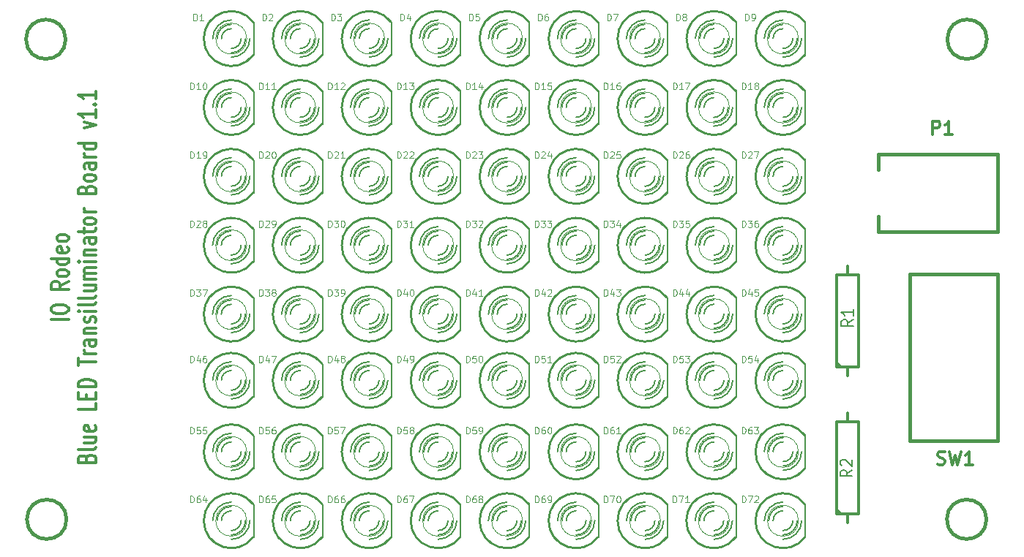
<source format=gto>
G04 (created by PCBNEW-RS274X (2011-nov-30)-testing) date Thu 30 Aug 2012 11:44:27 AM PDT*
%MOIN*%
G04 Gerber Fmt 3.4, Leading zero omitted, Abs format*
%FSLAX34Y34*%
G01*
G70*
G90*
G04 APERTURE LIST*
%ADD10C,0.006*%
%ADD11C,0.012*%
%ADD12C,0.015*%
%ADD13C,0.008*%
%ADD14C,0.003*%
%ADD15C,0.01*%
%ADD16C,0.0035*%
G04 APERTURE END LIST*
G54D10*
G54D11*
X26674Y-48314D02*
X25874Y-48314D01*
X25874Y-47914D02*
X25874Y-47800D01*
X25912Y-47742D01*
X25988Y-47685D01*
X26140Y-47657D01*
X26407Y-47657D01*
X26560Y-47685D01*
X26636Y-47742D01*
X26674Y-47800D01*
X26674Y-47914D01*
X26636Y-47971D01*
X26560Y-48028D01*
X26407Y-48057D01*
X26140Y-48057D01*
X25988Y-48028D01*
X25912Y-47971D01*
X25874Y-47914D01*
X26674Y-46599D02*
X26293Y-46799D01*
X26674Y-46942D02*
X25874Y-46942D01*
X25874Y-46714D01*
X25912Y-46656D01*
X25950Y-46628D01*
X26026Y-46599D01*
X26140Y-46599D01*
X26217Y-46628D01*
X26255Y-46656D01*
X26293Y-46714D01*
X26293Y-46942D01*
X26674Y-46256D02*
X26636Y-46314D01*
X26598Y-46342D01*
X26521Y-46371D01*
X26293Y-46371D01*
X26217Y-46342D01*
X26179Y-46314D01*
X26140Y-46256D01*
X26140Y-46171D01*
X26179Y-46114D01*
X26217Y-46085D01*
X26293Y-46056D01*
X26521Y-46056D01*
X26598Y-46085D01*
X26636Y-46114D01*
X26674Y-46171D01*
X26674Y-46256D01*
X26674Y-45542D02*
X25874Y-45542D01*
X26636Y-45542D02*
X26674Y-45599D01*
X26674Y-45713D01*
X26636Y-45771D01*
X26598Y-45799D01*
X26521Y-45828D01*
X26293Y-45828D01*
X26217Y-45799D01*
X26179Y-45771D01*
X26140Y-45713D01*
X26140Y-45599D01*
X26179Y-45542D01*
X26636Y-45028D02*
X26674Y-45085D01*
X26674Y-45199D01*
X26636Y-45256D01*
X26560Y-45285D01*
X26255Y-45285D01*
X26179Y-45256D01*
X26140Y-45199D01*
X26140Y-45085D01*
X26179Y-45028D01*
X26255Y-44999D01*
X26331Y-44999D01*
X26407Y-45285D01*
X26674Y-44656D02*
X26636Y-44714D01*
X26598Y-44742D01*
X26521Y-44771D01*
X26293Y-44771D01*
X26217Y-44742D01*
X26179Y-44714D01*
X26140Y-44656D01*
X26140Y-44571D01*
X26179Y-44514D01*
X26217Y-44485D01*
X26293Y-44456D01*
X26521Y-44456D01*
X26598Y-44485D01*
X26636Y-44514D01*
X26674Y-44571D01*
X26674Y-44656D01*
X27495Y-54656D02*
X27533Y-54570D01*
X27571Y-54542D01*
X27647Y-54513D01*
X27761Y-54513D01*
X27838Y-54542D01*
X27876Y-54570D01*
X27914Y-54628D01*
X27914Y-54856D01*
X27114Y-54856D01*
X27114Y-54656D01*
X27152Y-54599D01*
X27190Y-54570D01*
X27266Y-54542D01*
X27342Y-54542D01*
X27419Y-54570D01*
X27457Y-54599D01*
X27495Y-54656D01*
X27495Y-54856D01*
X27914Y-54170D02*
X27876Y-54228D01*
X27800Y-54256D01*
X27114Y-54256D01*
X27380Y-53685D02*
X27914Y-53685D01*
X27380Y-53942D02*
X27800Y-53942D01*
X27876Y-53914D01*
X27914Y-53856D01*
X27914Y-53771D01*
X27876Y-53714D01*
X27838Y-53685D01*
X27876Y-53171D02*
X27914Y-53228D01*
X27914Y-53342D01*
X27876Y-53399D01*
X27800Y-53428D01*
X27495Y-53428D01*
X27419Y-53399D01*
X27380Y-53342D01*
X27380Y-53228D01*
X27419Y-53171D01*
X27495Y-53142D01*
X27571Y-53142D01*
X27647Y-53428D01*
X27914Y-52142D02*
X27914Y-52428D01*
X27114Y-52428D01*
X27495Y-51942D02*
X27495Y-51742D01*
X27914Y-51656D02*
X27914Y-51942D01*
X27114Y-51942D01*
X27114Y-51656D01*
X27914Y-51399D02*
X27114Y-51399D01*
X27114Y-51256D01*
X27152Y-51171D01*
X27228Y-51113D01*
X27304Y-51085D01*
X27457Y-51056D01*
X27571Y-51056D01*
X27723Y-51085D01*
X27800Y-51113D01*
X27876Y-51171D01*
X27914Y-51256D01*
X27914Y-51399D01*
X27114Y-50428D02*
X27114Y-50085D01*
X27914Y-50256D02*
X27114Y-50256D01*
X27914Y-49885D02*
X27380Y-49885D01*
X27533Y-49885D02*
X27457Y-49857D01*
X27419Y-49828D01*
X27380Y-49771D01*
X27380Y-49714D01*
X27914Y-49257D02*
X27495Y-49257D01*
X27419Y-49286D01*
X27380Y-49343D01*
X27380Y-49457D01*
X27419Y-49514D01*
X27876Y-49257D02*
X27914Y-49314D01*
X27914Y-49457D01*
X27876Y-49514D01*
X27800Y-49543D01*
X27723Y-49543D01*
X27647Y-49514D01*
X27609Y-49457D01*
X27609Y-49314D01*
X27571Y-49257D01*
X27380Y-48971D02*
X27914Y-48971D01*
X27457Y-48971D02*
X27419Y-48943D01*
X27380Y-48885D01*
X27380Y-48800D01*
X27419Y-48743D01*
X27495Y-48714D01*
X27914Y-48714D01*
X27876Y-48457D02*
X27914Y-48400D01*
X27914Y-48285D01*
X27876Y-48228D01*
X27800Y-48200D01*
X27761Y-48200D01*
X27685Y-48228D01*
X27647Y-48285D01*
X27647Y-48371D01*
X27609Y-48428D01*
X27533Y-48457D01*
X27495Y-48457D01*
X27419Y-48428D01*
X27380Y-48371D01*
X27380Y-48285D01*
X27419Y-48228D01*
X27914Y-47942D02*
X27380Y-47942D01*
X27114Y-47942D02*
X27152Y-47971D01*
X27190Y-47942D01*
X27152Y-47914D01*
X27114Y-47942D01*
X27190Y-47942D01*
X27914Y-47570D02*
X27876Y-47628D01*
X27800Y-47656D01*
X27114Y-47656D01*
X27914Y-47256D02*
X27876Y-47314D01*
X27800Y-47342D01*
X27114Y-47342D01*
X27380Y-46771D02*
X27914Y-46771D01*
X27380Y-47028D02*
X27800Y-47028D01*
X27876Y-47000D01*
X27914Y-46942D01*
X27914Y-46857D01*
X27876Y-46800D01*
X27838Y-46771D01*
X27914Y-46485D02*
X27380Y-46485D01*
X27457Y-46485D02*
X27419Y-46457D01*
X27380Y-46399D01*
X27380Y-46314D01*
X27419Y-46257D01*
X27495Y-46228D01*
X27914Y-46228D01*
X27495Y-46228D02*
X27419Y-46199D01*
X27380Y-46142D01*
X27380Y-46057D01*
X27419Y-45999D01*
X27495Y-45971D01*
X27914Y-45971D01*
X27914Y-45685D02*
X27380Y-45685D01*
X27114Y-45685D02*
X27152Y-45714D01*
X27190Y-45685D01*
X27152Y-45657D01*
X27114Y-45685D01*
X27190Y-45685D01*
X27380Y-45399D02*
X27914Y-45399D01*
X27457Y-45399D02*
X27419Y-45371D01*
X27380Y-45313D01*
X27380Y-45228D01*
X27419Y-45171D01*
X27495Y-45142D01*
X27914Y-45142D01*
X27914Y-44599D02*
X27495Y-44599D01*
X27419Y-44628D01*
X27380Y-44685D01*
X27380Y-44799D01*
X27419Y-44856D01*
X27876Y-44599D02*
X27914Y-44656D01*
X27914Y-44799D01*
X27876Y-44856D01*
X27800Y-44885D01*
X27723Y-44885D01*
X27647Y-44856D01*
X27609Y-44799D01*
X27609Y-44656D01*
X27571Y-44599D01*
X27380Y-44399D02*
X27380Y-44170D01*
X27114Y-44313D02*
X27800Y-44313D01*
X27876Y-44285D01*
X27914Y-44227D01*
X27914Y-44170D01*
X27914Y-43884D02*
X27876Y-43942D01*
X27838Y-43970D01*
X27761Y-43999D01*
X27533Y-43999D01*
X27457Y-43970D01*
X27419Y-43942D01*
X27380Y-43884D01*
X27380Y-43799D01*
X27419Y-43742D01*
X27457Y-43713D01*
X27533Y-43684D01*
X27761Y-43684D01*
X27838Y-43713D01*
X27876Y-43742D01*
X27914Y-43799D01*
X27914Y-43884D01*
X27914Y-43427D02*
X27380Y-43427D01*
X27533Y-43427D02*
X27457Y-43399D01*
X27419Y-43370D01*
X27380Y-43313D01*
X27380Y-43256D01*
X27495Y-42399D02*
X27533Y-42313D01*
X27571Y-42285D01*
X27647Y-42256D01*
X27761Y-42256D01*
X27838Y-42285D01*
X27876Y-42313D01*
X27914Y-42371D01*
X27914Y-42599D01*
X27114Y-42599D01*
X27114Y-42399D01*
X27152Y-42342D01*
X27190Y-42313D01*
X27266Y-42285D01*
X27342Y-42285D01*
X27419Y-42313D01*
X27457Y-42342D01*
X27495Y-42399D01*
X27495Y-42599D01*
X27914Y-41913D02*
X27876Y-41971D01*
X27838Y-41999D01*
X27761Y-42028D01*
X27533Y-42028D01*
X27457Y-41999D01*
X27419Y-41971D01*
X27380Y-41913D01*
X27380Y-41828D01*
X27419Y-41771D01*
X27457Y-41742D01*
X27533Y-41713D01*
X27761Y-41713D01*
X27838Y-41742D01*
X27876Y-41771D01*
X27914Y-41828D01*
X27914Y-41913D01*
X27914Y-41199D02*
X27495Y-41199D01*
X27419Y-41228D01*
X27380Y-41285D01*
X27380Y-41399D01*
X27419Y-41456D01*
X27876Y-41199D02*
X27914Y-41256D01*
X27914Y-41399D01*
X27876Y-41456D01*
X27800Y-41485D01*
X27723Y-41485D01*
X27647Y-41456D01*
X27609Y-41399D01*
X27609Y-41256D01*
X27571Y-41199D01*
X27914Y-40913D02*
X27380Y-40913D01*
X27533Y-40913D02*
X27457Y-40885D01*
X27419Y-40856D01*
X27380Y-40799D01*
X27380Y-40742D01*
X27914Y-40285D02*
X27114Y-40285D01*
X27876Y-40285D02*
X27914Y-40342D01*
X27914Y-40456D01*
X27876Y-40514D01*
X27838Y-40542D01*
X27761Y-40571D01*
X27533Y-40571D01*
X27457Y-40542D01*
X27419Y-40514D01*
X27380Y-40456D01*
X27380Y-40342D01*
X27419Y-40285D01*
X27380Y-39599D02*
X27914Y-39456D01*
X27380Y-39314D01*
X27914Y-38771D02*
X27914Y-39114D01*
X27914Y-38942D02*
X27114Y-38942D01*
X27228Y-38999D01*
X27304Y-39057D01*
X27342Y-39114D01*
X27838Y-38514D02*
X27876Y-38486D01*
X27914Y-38514D01*
X27876Y-38543D01*
X27838Y-38514D01*
X27914Y-38514D01*
X27914Y-37914D02*
X27914Y-38257D01*
X27914Y-38085D02*
X27114Y-38085D01*
X27228Y-38142D01*
X27304Y-38200D01*
X27342Y-38257D01*
X62150Y-57600D02*
X62150Y-57200D01*
X62150Y-52600D02*
X62150Y-53000D01*
X61650Y-53000D02*
X62650Y-53000D01*
X62650Y-53000D02*
X62650Y-57200D01*
X62650Y-57200D02*
X61650Y-57200D01*
X61650Y-57200D02*
X61650Y-53000D01*
X61850Y-57200D02*
X61650Y-57000D01*
X62150Y-50900D02*
X62150Y-50500D01*
X62150Y-45900D02*
X62150Y-46300D01*
X61650Y-46300D02*
X62650Y-46300D01*
X62650Y-46300D02*
X62650Y-50500D01*
X62650Y-50500D02*
X61650Y-50500D01*
X61650Y-50500D02*
X61650Y-46300D01*
X61850Y-50500D02*
X61650Y-50300D01*
G54D12*
X63551Y-41482D02*
X63551Y-40773D01*
X63551Y-40773D02*
X68984Y-40773D01*
X68984Y-40773D02*
X68984Y-44277D01*
X68984Y-44277D02*
X68984Y-44317D01*
X68984Y-44317D02*
X63551Y-44317D01*
X63551Y-44317D02*
X63551Y-43608D01*
X26583Y-57437D02*
G75*
G03X26583Y-57437I-900J0D01*
G74*
G01*
X68498Y-35544D02*
G75*
G03X68498Y-35544I-900J0D01*
G74*
G01*
X68477Y-57437D02*
G75*
G03X68477Y-57437I-900J0D01*
G74*
G01*
X26542Y-35544D02*
G75*
G03X26542Y-35544I-900J0D01*
G74*
G01*
X65000Y-53845D02*
X65000Y-46245D01*
X65000Y-46245D02*
X69000Y-46245D01*
X69000Y-46245D02*
X69000Y-53845D01*
X69000Y-53845D02*
X65000Y-53845D01*
G54D13*
X35108Y-36265D02*
X35108Y-34765D01*
G54D14*
X34795Y-35515D02*
G75*
G03X34795Y-35515I-707J0D01*
G74*
G01*
G54D15*
X35088Y-34764D02*
G75*
G03X35088Y-36266I-1000J-751D01*
G74*
G01*
G54D10*
X34088Y-35065D02*
G75*
G03X33638Y-35515I0J-450D01*
G74*
G01*
X34088Y-35965D02*
G75*
G03X34538Y-35515I0J450D01*
G74*
G01*
X34088Y-34865D02*
G75*
G03X33438Y-35515I0J-650D01*
G74*
G01*
X34088Y-36165D02*
G75*
G03X34738Y-35515I0J650D01*
G74*
G01*
X34088Y-34665D02*
G75*
G03X33238Y-35515I0J-850D01*
G74*
G01*
X34088Y-36365D02*
G75*
G03X34938Y-35515I0J850D01*
G74*
G01*
G54D13*
X44530Y-58250D02*
X44530Y-56750D01*
G54D14*
X44217Y-57500D02*
G75*
G03X44217Y-57500I-707J0D01*
G74*
G01*
G54D15*
X44510Y-56749D02*
G75*
G03X44510Y-58251I-1000J-751D01*
G74*
G01*
G54D10*
X43510Y-57050D02*
G75*
G03X43060Y-57500I0J-450D01*
G74*
G01*
X43510Y-57950D02*
G75*
G03X43960Y-57500I0J450D01*
G74*
G01*
X43510Y-56850D02*
G75*
G03X42860Y-57500I0J-650D01*
G74*
G01*
X43510Y-58150D02*
G75*
G03X44160Y-57500I0J650D01*
G74*
G01*
X43510Y-56650D02*
G75*
G03X42660Y-57500I0J-850D01*
G74*
G01*
X43510Y-58350D02*
G75*
G03X44360Y-57500I0J850D01*
G74*
G01*
G54D13*
X47670Y-58250D02*
X47670Y-56750D01*
G54D14*
X47357Y-57500D02*
G75*
G03X47357Y-57500I-707J0D01*
G74*
G01*
G54D15*
X47650Y-56749D02*
G75*
G03X47650Y-58251I-1000J-751D01*
G74*
G01*
G54D10*
X46650Y-57050D02*
G75*
G03X46200Y-57500I0J-450D01*
G74*
G01*
X46650Y-57950D02*
G75*
G03X47100Y-57500I0J450D01*
G74*
G01*
X46650Y-56850D02*
G75*
G03X46000Y-57500I0J-650D01*
G74*
G01*
X46650Y-58150D02*
G75*
G03X47300Y-57500I0J650D01*
G74*
G01*
X46650Y-56650D02*
G75*
G03X45800Y-57500I0J-850D01*
G74*
G01*
X46650Y-58350D02*
G75*
G03X47500Y-57500I0J850D01*
G74*
G01*
G54D13*
X50811Y-58250D02*
X50811Y-56750D01*
G54D14*
X50498Y-57500D02*
G75*
G03X50498Y-57500I-707J0D01*
G74*
G01*
G54D15*
X50791Y-56749D02*
G75*
G03X50791Y-58251I-1000J-751D01*
G74*
G01*
G54D10*
X49791Y-57050D02*
G75*
G03X49341Y-57500I0J-450D01*
G74*
G01*
X49791Y-57950D02*
G75*
G03X50241Y-57500I0J450D01*
G74*
G01*
X49791Y-56850D02*
G75*
G03X49141Y-57500I0J-650D01*
G74*
G01*
X49791Y-58150D02*
G75*
G03X50441Y-57500I0J650D01*
G74*
G01*
X49791Y-56650D02*
G75*
G03X48941Y-57500I0J-850D01*
G74*
G01*
X49791Y-58350D02*
G75*
G03X50641Y-57500I0J850D01*
G74*
G01*
G54D13*
X53951Y-58250D02*
X53951Y-56750D01*
G54D14*
X53638Y-57500D02*
G75*
G03X53638Y-57500I-707J0D01*
G74*
G01*
G54D15*
X53931Y-56749D02*
G75*
G03X53931Y-58251I-1000J-751D01*
G74*
G01*
G54D10*
X52931Y-57050D02*
G75*
G03X52481Y-57500I0J-450D01*
G74*
G01*
X52931Y-57950D02*
G75*
G03X53381Y-57500I0J450D01*
G74*
G01*
X52931Y-56850D02*
G75*
G03X52281Y-57500I0J-650D01*
G74*
G01*
X52931Y-58150D02*
G75*
G03X53581Y-57500I0J650D01*
G74*
G01*
X52931Y-56650D02*
G75*
G03X52081Y-57500I0J-850D01*
G74*
G01*
X52931Y-58350D02*
G75*
G03X53781Y-57500I0J850D01*
G74*
G01*
G54D13*
X57083Y-58250D02*
X57083Y-56750D01*
G54D14*
X56770Y-57500D02*
G75*
G03X56770Y-57500I-707J0D01*
G74*
G01*
G54D15*
X57063Y-56749D02*
G75*
G03X57063Y-58251I-1000J-751D01*
G74*
G01*
G54D10*
X56063Y-57050D02*
G75*
G03X55613Y-57500I0J-450D01*
G74*
G01*
X56063Y-57950D02*
G75*
G03X56513Y-57500I0J450D01*
G74*
G01*
X56063Y-56850D02*
G75*
G03X55413Y-57500I0J-650D01*
G74*
G01*
X56063Y-58150D02*
G75*
G03X56713Y-57500I0J650D01*
G74*
G01*
X56063Y-56650D02*
G75*
G03X55213Y-57500I0J-850D01*
G74*
G01*
X56063Y-58350D02*
G75*
G03X56913Y-57500I0J850D01*
G74*
G01*
G54D13*
X60232Y-58250D02*
X60232Y-56750D01*
G54D14*
X59919Y-57500D02*
G75*
G03X59919Y-57500I-707J0D01*
G74*
G01*
G54D15*
X60212Y-56749D02*
G75*
G03X60212Y-58251I-1000J-751D01*
G74*
G01*
G54D10*
X59212Y-57050D02*
G75*
G03X58762Y-57500I0J-450D01*
G74*
G01*
X59212Y-57950D02*
G75*
G03X59662Y-57500I0J450D01*
G74*
G01*
X59212Y-56850D02*
G75*
G03X58562Y-57500I0J-650D01*
G74*
G01*
X59212Y-58150D02*
G75*
G03X59862Y-57500I0J650D01*
G74*
G01*
X59212Y-56650D02*
G75*
G03X58362Y-57500I0J-850D01*
G74*
G01*
X59212Y-58350D02*
G75*
G03X60062Y-57500I0J850D01*
G74*
G01*
G54D13*
X38249Y-58250D02*
X38249Y-56750D01*
G54D14*
X37936Y-57500D02*
G75*
G03X37936Y-57500I-707J0D01*
G74*
G01*
G54D15*
X38229Y-56749D02*
G75*
G03X38229Y-58251I-1000J-751D01*
G74*
G01*
G54D10*
X37229Y-57050D02*
G75*
G03X36779Y-57500I0J-450D01*
G74*
G01*
X37229Y-57950D02*
G75*
G03X37679Y-57500I0J450D01*
G74*
G01*
X37229Y-56850D02*
G75*
G03X36579Y-57500I0J-650D01*
G74*
G01*
X37229Y-58150D02*
G75*
G03X37879Y-57500I0J650D01*
G74*
G01*
X37229Y-56650D02*
G75*
G03X36379Y-57500I0J-850D01*
G74*
G01*
X37229Y-58350D02*
G75*
G03X38079Y-57500I0J850D01*
G74*
G01*
G54D13*
X41389Y-58250D02*
X41389Y-56750D01*
G54D14*
X41076Y-57500D02*
G75*
G03X41076Y-57500I-707J0D01*
G74*
G01*
G54D15*
X41369Y-56749D02*
G75*
G03X41369Y-58251I-1000J-751D01*
G74*
G01*
G54D10*
X40369Y-57050D02*
G75*
G03X39919Y-57500I0J-450D01*
G74*
G01*
X40369Y-57950D02*
G75*
G03X40819Y-57500I0J450D01*
G74*
G01*
X40369Y-56850D02*
G75*
G03X39719Y-57500I0J-650D01*
G74*
G01*
X40369Y-58150D02*
G75*
G03X41019Y-57500I0J650D01*
G74*
G01*
X40369Y-56650D02*
G75*
G03X39519Y-57500I0J-850D01*
G74*
G01*
X40369Y-58350D02*
G75*
G03X41219Y-57500I0J850D01*
G74*
G01*
G54D13*
X41389Y-55110D02*
X41389Y-53610D01*
G54D14*
X41076Y-54360D02*
G75*
G03X41076Y-54360I-707J0D01*
G74*
G01*
G54D15*
X41369Y-53609D02*
G75*
G03X41369Y-55111I-1000J-751D01*
G74*
G01*
G54D10*
X40369Y-53910D02*
G75*
G03X39919Y-54360I0J-450D01*
G74*
G01*
X40369Y-54810D02*
G75*
G03X40819Y-54360I0J450D01*
G74*
G01*
X40369Y-53710D02*
G75*
G03X39719Y-54360I0J-650D01*
G74*
G01*
X40369Y-55010D02*
G75*
G03X41019Y-54360I0J650D01*
G74*
G01*
X40369Y-53510D02*
G75*
G03X39519Y-54360I0J-850D01*
G74*
G01*
X40369Y-55210D02*
G75*
G03X41219Y-54360I0J850D01*
G74*
G01*
G54D13*
X44530Y-55110D02*
X44530Y-53610D01*
G54D14*
X44217Y-54360D02*
G75*
G03X44217Y-54360I-707J0D01*
G74*
G01*
G54D15*
X44510Y-53609D02*
G75*
G03X44510Y-55111I-1000J-751D01*
G74*
G01*
G54D10*
X43510Y-53910D02*
G75*
G03X43060Y-54360I0J-450D01*
G74*
G01*
X43510Y-54810D02*
G75*
G03X43960Y-54360I0J450D01*
G74*
G01*
X43510Y-53710D02*
G75*
G03X42860Y-54360I0J-650D01*
G74*
G01*
X43510Y-55010D02*
G75*
G03X44160Y-54360I0J650D01*
G74*
G01*
X43510Y-53510D02*
G75*
G03X42660Y-54360I0J-850D01*
G74*
G01*
X43510Y-55210D02*
G75*
G03X44360Y-54360I0J850D01*
G74*
G01*
G54D13*
X47670Y-55110D02*
X47670Y-53610D01*
G54D14*
X47357Y-54360D02*
G75*
G03X47357Y-54360I-707J0D01*
G74*
G01*
G54D15*
X47650Y-53609D02*
G75*
G03X47650Y-55111I-1000J-751D01*
G74*
G01*
G54D10*
X46650Y-53910D02*
G75*
G03X46200Y-54360I0J-450D01*
G74*
G01*
X46650Y-54810D02*
G75*
G03X47100Y-54360I0J450D01*
G74*
G01*
X46650Y-53710D02*
G75*
G03X46000Y-54360I0J-650D01*
G74*
G01*
X46650Y-55010D02*
G75*
G03X47300Y-54360I0J650D01*
G74*
G01*
X46650Y-53510D02*
G75*
G03X45800Y-54360I0J-850D01*
G74*
G01*
X46650Y-55210D02*
G75*
G03X47500Y-54360I0J850D01*
G74*
G01*
G54D13*
X50811Y-55110D02*
X50811Y-53610D01*
G54D14*
X50498Y-54360D02*
G75*
G03X50498Y-54360I-707J0D01*
G74*
G01*
G54D15*
X50791Y-53609D02*
G75*
G03X50791Y-55111I-1000J-751D01*
G74*
G01*
G54D10*
X49791Y-53910D02*
G75*
G03X49341Y-54360I0J-450D01*
G74*
G01*
X49791Y-54810D02*
G75*
G03X50241Y-54360I0J450D01*
G74*
G01*
X49791Y-53710D02*
G75*
G03X49141Y-54360I0J-650D01*
G74*
G01*
X49791Y-55010D02*
G75*
G03X50441Y-54360I0J650D01*
G74*
G01*
X49791Y-53510D02*
G75*
G03X48941Y-54360I0J-850D01*
G74*
G01*
X49791Y-55210D02*
G75*
G03X50641Y-54360I0J850D01*
G74*
G01*
G54D13*
X53951Y-55110D02*
X53951Y-53610D01*
G54D14*
X53638Y-54360D02*
G75*
G03X53638Y-54360I-707J0D01*
G74*
G01*
G54D15*
X53931Y-53609D02*
G75*
G03X53931Y-55111I-1000J-751D01*
G74*
G01*
G54D10*
X52931Y-53910D02*
G75*
G03X52481Y-54360I0J-450D01*
G74*
G01*
X52931Y-54810D02*
G75*
G03X53381Y-54360I0J450D01*
G74*
G01*
X52931Y-53710D02*
G75*
G03X52281Y-54360I0J-650D01*
G74*
G01*
X52931Y-55010D02*
G75*
G03X53581Y-54360I0J650D01*
G74*
G01*
X52931Y-53510D02*
G75*
G03X52081Y-54360I0J-850D01*
G74*
G01*
X52931Y-55210D02*
G75*
G03X53781Y-54360I0J850D01*
G74*
G01*
G54D13*
X57092Y-55110D02*
X57092Y-53610D01*
G54D14*
X56779Y-54360D02*
G75*
G03X56779Y-54360I-707J0D01*
G74*
G01*
G54D15*
X57072Y-53609D02*
G75*
G03X57072Y-55111I-1000J-751D01*
G74*
G01*
G54D10*
X56072Y-53910D02*
G75*
G03X55622Y-54360I0J-450D01*
G74*
G01*
X56072Y-54810D02*
G75*
G03X56522Y-54360I0J450D01*
G74*
G01*
X56072Y-53710D02*
G75*
G03X55422Y-54360I0J-650D01*
G74*
G01*
X56072Y-55010D02*
G75*
G03X56722Y-54360I0J650D01*
G74*
G01*
X56072Y-53510D02*
G75*
G03X55222Y-54360I0J-850D01*
G74*
G01*
X56072Y-55210D02*
G75*
G03X56922Y-54360I0J850D01*
G74*
G01*
G54D13*
X60232Y-55110D02*
X60232Y-53610D01*
G54D14*
X59919Y-54360D02*
G75*
G03X59919Y-54360I-707J0D01*
G74*
G01*
G54D15*
X60212Y-53609D02*
G75*
G03X60212Y-55111I-1000J-751D01*
G74*
G01*
G54D10*
X59212Y-53910D02*
G75*
G03X58762Y-54360I0J-450D01*
G74*
G01*
X59212Y-54810D02*
G75*
G03X59662Y-54360I0J450D01*
G74*
G01*
X59212Y-53710D02*
G75*
G03X58562Y-54360I0J-650D01*
G74*
G01*
X59212Y-55010D02*
G75*
G03X59862Y-54360I0J650D01*
G74*
G01*
X59212Y-53510D02*
G75*
G03X58362Y-54360I0J-850D01*
G74*
G01*
X59212Y-55210D02*
G75*
G03X60062Y-54360I0J850D01*
G74*
G01*
G54D13*
X38249Y-55110D02*
X38249Y-53610D01*
G54D14*
X37936Y-54360D02*
G75*
G03X37936Y-54360I-707J0D01*
G74*
G01*
G54D15*
X38229Y-53609D02*
G75*
G03X38229Y-55111I-1000J-751D01*
G74*
G01*
G54D10*
X37229Y-53910D02*
G75*
G03X36779Y-54360I0J-450D01*
G74*
G01*
X37229Y-54810D02*
G75*
G03X37679Y-54360I0J450D01*
G74*
G01*
X37229Y-53710D02*
G75*
G03X36579Y-54360I0J-650D01*
G74*
G01*
X37229Y-55010D02*
G75*
G03X37879Y-54360I0J650D01*
G74*
G01*
X37229Y-53510D02*
G75*
G03X36379Y-54360I0J-850D01*
G74*
G01*
X37229Y-55210D02*
G75*
G03X38079Y-54360I0J850D01*
G74*
G01*
G54D13*
X41389Y-51851D02*
X41389Y-50351D01*
G54D14*
X41076Y-51101D02*
G75*
G03X41076Y-51101I-707J0D01*
G74*
G01*
G54D15*
X41369Y-50350D02*
G75*
G03X41369Y-51852I-1000J-751D01*
G74*
G01*
G54D10*
X40369Y-50651D02*
G75*
G03X39919Y-51101I0J-450D01*
G74*
G01*
X40369Y-51551D02*
G75*
G03X40819Y-51101I0J450D01*
G74*
G01*
X40369Y-50451D02*
G75*
G03X39719Y-51101I0J-650D01*
G74*
G01*
X40369Y-51751D02*
G75*
G03X41019Y-51101I0J650D01*
G74*
G01*
X40369Y-50251D02*
G75*
G03X39519Y-51101I0J-850D01*
G74*
G01*
X40369Y-51951D02*
G75*
G03X41219Y-51101I0J850D01*
G74*
G01*
G54D13*
X44530Y-51851D02*
X44530Y-50351D01*
G54D14*
X44217Y-51101D02*
G75*
G03X44217Y-51101I-707J0D01*
G74*
G01*
G54D15*
X44510Y-50350D02*
G75*
G03X44510Y-51852I-1000J-751D01*
G74*
G01*
G54D10*
X43510Y-50651D02*
G75*
G03X43060Y-51101I0J-450D01*
G74*
G01*
X43510Y-51551D02*
G75*
G03X43960Y-51101I0J450D01*
G74*
G01*
X43510Y-50451D02*
G75*
G03X42860Y-51101I0J-650D01*
G74*
G01*
X43510Y-51751D02*
G75*
G03X44160Y-51101I0J650D01*
G74*
G01*
X43510Y-50251D02*
G75*
G03X42660Y-51101I0J-850D01*
G74*
G01*
X43510Y-51951D02*
G75*
G03X44360Y-51101I0J850D01*
G74*
G01*
G54D13*
X47670Y-51851D02*
X47670Y-50351D01*
G54D14*
X47357Y-51101D02*
G75*
G03X47357Y-51101I-707J0D01*
G74*
G01*
G54D15*
X47650Y-50350D02*
G75*
G03X47650Y-51852I-1000J-751D01*
G74*
G01*
G54D10*
X46650Y-50651D02*
G75*
G03X46200Y-51101I0J-450D01*
G74*
G01*
X46650Y-51551D02*
G75*
G03X47100Y-51101I0J450D01*
G74*
G01*
X46650Y-50451D02*
G75*
G03X46000Y-51101I0J-650D01*
G74*
G01*
X46650Y-51751D02*
G75*
G03X47300Y-51101I0J650D01*
G74*
G01*
X46650Y-50251D02*
G75*
G03X45800Y-51101I0J-850D01*
G74*
G01*
X46650Y-51951D02*
G75*
G03X47500Y-51101I0J850D01*
G74*
G01*
G54D13*
X50811Y-51851D02*
X50811Y-50351D01*
G54D14*
X50498Y-51101D02*
G75*
G03X50498Y-51101I-707J0D01*
G74*
G01*
G54D15*
X50791Y-50350D02*
G75*
G03X50791Y-51852I-1000J-751D01*
G74*
G01*
G54D10*
X49791Y-50651D02*
G75*
G03X49341Y-51101I0J-450D01*
G74*
G01*
X49791Y-51551D02*
G75*
G03X50241Y-51101I0J450D01*
G74*
G01*
X49791Y-50451D02*
G75*
G03X49141Y-51101I0J-650D01*
G74*
G01*
X49791Y-51751D02*
G75*
G03X50441Y-51101I0J650D01*
G74*
G01*
X49791Y-50251D02*
G75*
G03X48941Y-51101I0J-850D01*
G74*
G01*
X49791Y-51951D02*
G75*
G03X50641Y-51101I0J850D01*
G74*
G01*
G54D13*
X53951Y-51851D02*
X53951Y-50351D01*
G54D14*
X53638Y-51101D02*
G75*
G03X53638Y-51101I-707J0D01*
G74*
G01*
G54D15*
X53931Y-50350D02*
G75*
G03X53931Y-51852I-1000J-751D01*
G74*
G01*
G54D10*
X52931Y-50651D02*
G75*
G03X52481Y-51101I0J-450D01*
G74*
G01*
X52931Y-51551D02*
G75*
G03X53381Y-51101I0J450D01*
G74*
G01*
X52931Y-50451D02*
G75*
G03X52281Y-51101I0J-650D01*
G74*
G01*
X52931Y-51751D02*
G75*
G03X53581Y-51101I0J650D01*
G74*
G01*
X52931Y-50251D02*
G75*
G03X52081Y-51101I0J-850D01*
G74*
G01*
X52931Y-51951D02*
G75*
G03X53781Y-51101I0J850D01*
G74*
G01*
G54D13*
X57092Y-51851D02*
X57092Y-50351D01*
G54D14*
X56779Y-51101D02*
G75*
G03X56779Y-51101I-707J0D01*
G74*
G01*
G54D15*
X57072Y-50350D02*
G75*
G03X57072Y-51852I-1000J-751D01*
G74*
G01*
G54D10*
X56072Y-50651D02*
G75*
G03X55622Y-51101I0J-450D01*
G74*
G01*
X56072Y-51551D02*
G75*
G03X56522Y-51101I0J450D01*
G74*
G01*
X56072Y-50451D02*
G75*
G03X55422Y-51101I0J-650D01*
G74*
G01*
X56072Y-51751D02*
G75*
G03X56722Y-51101I0J650D01*
G74*
G01*
X56072Y-50251D02*
G75*
G03X55222Y-51101I0J-850D01*
G74*
G01*
X56072Y-51951D02*
G75*
G03X56922Y-51101I0J850D01*
G74*
G01*
G54D13*
X60232Y-51851D02*
X60232Y-50351D01*
G54D14*
X59919Y-51101D02*
G75*
G03X59919Y-51101I-707J0D01*
G74*
G01*
G54D15*
X60212Y-50350D02*
G75*
G03X60212Y-51852I-1000J-751D01*
G74*
G01*
G54D10*
X59212Y-50651D02*
G75*
G03X58762Y-51101I0J-450D01*
G74*
G01*
X59212Y-51551D02*
G75*
G03X59662Y-51101I0J450D01*
G74*
G01*
X59212Y-50451D02*
G75*
G03X58562Y-51101I0J-650D01*
G74*
G01*
X59212Y-51751D02*
G75*
G03X59862Y-51101I0J650D01*
G74*
G01*
X59212Y-50251D02*
G75*
G03X58362Y-51101I0J-850D01*
G74*
G01*
X59212Y-51951D02*
G75*
G03X60062Y-51101I0J850D01*
G74*
G01*
G54D13*
X38249Y-51851D02*
X38249Y-50351D01*
G54D14*
X37936Y-51101D02*
G75*
G03X37936Y-51101I-707J0D01*
G74*
G01*
G54D15*
X38229Y-50350D02*
G75*
G03X38229Y-51852I-1000J-751D01*
G74*
G01*
G54D10*
X37229Y-50651D02*
G75*
G03X36779Y-51101I0J-450D01*
G74*
G01*
X37229Y-51551D02*
G75*
G03X37679Y-51101I0J450D01*
G74*
G01*
X37229Y-50451D02*
G75*
G03X36579Y-51101I0J-650D01*
G74*
G01*
X37229Y-51751D02*
G75*
G03X37879Y-51101I0J650D01*
G74*
G01*
X37229Y-50251D02*
G75*
G03X36379Y-51101I0J-850D01*
G74*
G01*
X37229Y-51951D02*
G75*
G03X38079Y-51101I0J850D01*
G74*
G01*
G54D13*
X38249Y-48829D02*
X38249Y-47329D01*
G54D14*
X37936Y-48079D02*
G75*
G03X37936Y-48079I-707J0D01*
G74*
G01*
G54D15*
X38229Y-47328D02*
G75*
G03X38229Y-48830I-1000J-751D01*
G74*
G01*
G54D10*
X37229Y-47629D02*
G75*
G03X36779Y-48079I0J-450D01*
G74*
G01*
X37229Y-48529D02*
G75*
G03X37679Y-48079I0J450D01*
G74*
G01*
X37229Y-47429D02*
G75*
G03X36579Y-48079I0J-650D01*
G74*
G01*
X37229Y-48729D02*
G75*
G03X37879Y-48079I0J650D01*
G74*
G01*
X37229Y-47229D02*
G75*
G03X36379Y-48079I0J-850D01*
G74*
G01*
X37229Y-48929D02*
G75*
G03X38079Y-48079I0J850D01*
G74*
G01*
G54D13*
X41389Y-48829D02*
X41389Y-47329D01*
G54D14*
X41076Y-48079D02*
G75*
G03X41076Y-48079I-707J0D01*
G74*
G01*
G54D15*
X41369Y-47328D02*
G75*
G03X41369Y-48830I-1000J-751D01*
G74*
G01*
G54D10*
X40369Y-47629D02*
G75*
G03X39919Y-48079I0J-450D01*
G74*
G01*
X40369Y-48529D02*
G75*
G03X40819Y-48079I0J450D01*
G74*
G01*
X40369Y-47429D02*
G75*
G03X39719Y-48079I0J-650D01*
G74*
G01*
X40369Y-48729D02*
G75*
G03X41019Y-48079I0J650D01*
G74*
G01*
X40369Y-47229D02*
G75*
G03X39519Y-48079I0J-850D01*
G74*
G01*
X40369Y-48929D02*
G75*
G03X41219Y-48079I0J850D01*
G74*
G01*
G54D13*
X47670Y-48829D02*
X47670Y-47329D01*
G54D14*
X47357Y-48079D02*
G75*
G03X47357Y-48079I-707J0D01*
G74*
G01*
G54D15*
X47650Y-47328D02*
G75*
G03X47650Y-48830I-1000J-751D01*
G74*
G01*
G54D10*
X46650Y-47629D02*
G75*
G03X46200Y-48079I0J-450D01*
G74*
G01*
X46650Y-48529D02*
G75*
G03X47100Y-48079I0J450D01*
G74*
G01*
X46650Y-47429D02*
G75*
G03X46000Y-48079I0J-650D01*
G74*
G01*
X46650Y-48729D02*
G75*
G03X47300Y-48079I0J650D01*
G74*
G01*
X46650Y-47229D02*
G75*
G03X45800Y-48079I0J-850D01*
G74*
G01*
X46650Y-48929D02*
G75*
G03X47500Y-48079I0J850D01*
G74*
G01*
G54D13*
X44530Y-48829D02*
X44530Y-47329D01*
G54D14*
X44217Y-48079D02*
G75*
G03X44217Y-48079I-707J0D01*
G74*
G01*
G54D15*
X44510Y-47328D02*
G75*
G03X44510Y-48830I-1000J-751D01*
G74*
G01*
G54D10*
X43510Y-47629D02*
G75*
G03X43060Y-48079I0J-450D01*
G74*
G01*
X43510Y-48529D02*
G75*
G03X43960Y-48079I0J450D01*
G74*
G01*
X43510Y-47429D02*
G75*
G03X42860Y-48079I0J-650D01*
G74*
G01*
X43510Y-48729D02*
G75*
G03X44160Y-48079I0J650D01*
G74*
G01*
X43510Y-47229D02*
G75*
G03X42660Y-48079I0J-850D01*
G74*
G01*
X43510Y-48929D02*
G75*
G03X44360Y-48079I0J850D01*
G74*
G01*
G54D13*
X50811Y-48829D02*
X50811Y-47329D01*
G54D14*
X50498Y-48079D02*
G75*
G03X50498Y-48079I-707J0D01*
G74*
G01*
G54D15*
X50791Y-47328D02*
G75*
G03X50791Y-48830I-1000J-751D01*
G74*
G01*
G54D10*
X49791Y-47629D02*
G75*
G03X49341Y-48079I0J-450D01*
G74*
G01*
X49791Y-48529D02*
G75*
G03X50241Y-48079I0J450D01*
G74*
G01*
X49791Y-47429D02*
G75*
G03X49141Y-48079I0J-650D01*
G74*
G01*
X49791Y-48729D02*
G75*
G03X50441Y-48079I0J650D01*
G74*
G01*
X49791Y-47229D02*
G75*
G03X48941Y-48079I0J-850D01*
G74*
G01*
X49791Y-48929D02*
G75*
G03X50641Y-48079I0J850D01*
G74*
G01*
G54D13*
X53951Y-48829D02*
X53951Y-47329D01*
G54D14*
X53638Y-48079D02*
G75*
G03X53638Y-48079I-707J0D01*
G74*
G01*
G54D15*
X53931Y-47328D02*
G75*
G03X53931Y-48830I-1000J-751D01*
G74*
G01*
G54D10*
X52931Y-47629D02*
G75*
G03X52481Y-48079I0J-450D01*
G74*
G01*
X52931Y-48529D02*
G75*
G03X53381Y-48079I0J450D01*
G74*
G01*
X52931Y-47429D02*
G75*
G03X52281Y-48079I0J-650D01*
G74*
G01*
X52931Y-48729D02*
G75*
G03X53581Y-48079I0J650D01*
G74*
G01*
X52931Y-47229D02*
G75*
G03X52081Y-48079I0J-850D01*
G74*
G01*
X52931Y-48929D02*
G75*
G03X53781Y-48079I0J850D01*
G74*
G01*
G54D13*
X57092Y-48829D02*
X57092Y-47329D01*
G54D14*
X56779Y-48079D02*
G75*
G03X56779Y-48079I-707J0D01*
G74*
G01*
G54D15*
X57072Y-47328D02*
G75*
G03X57072Y-48830I-1000J-751D01*
G74*
G01*
G54D10*
X56072Y-47629D02*
G75*
G03X55622Y-48079I0J-450D01*
G74*
G01*
X56072Y-48529D02*
G75*
G03X56522Y-48079I0J450D01*
G74*
G01*
X56072Y-47429D02*
G75*
G03X55422Y-48079I0J-650D01*
G74*
G01*
X56072Y-48729D02*
G75*
G03X56722Y-48079I0J650D01*
G74*
G01*
X56072Y-47229D02*
G75*
G03X55222Y-48079I0J-850D01*
G74*
G01*
X56072Y-48929D02*
G75*
G03X56922Y-48079I0J850D01*
G74*
G01*
G54D13*
X60232Y-48829D02*
X60232Y-47329D01*
G54D14*
X59919Y-48079D02*
G75*
G03X59919Y-48079I-707J0D01*
G74*
G01*
G54D15*
X60212Y-47328D02*
G75*
G03X60212Y-48830I-1000J-751D01*
G74*
G01*
G54D10*
X59212Y-47629D02*
G75*
G03X58762Y-48079I0J-450D01*
G74*
G01*
X59212Y-48529D02*
G75*
G03X59662Y-48079I0J450D01*
G74*
G01*
X59212Y-47429D02*
G75*
G03X58562Y-48079I0J-650D01*
G74*
G01*
X59212Y-48729D02*
G75*
G03X59862Y-48079I0J650D01*
G74*
G01*
X59212Y-47229D02*
G75*
G03X58362Y-48079I0J-850D01*
G74*
G01*
X59212Y-48929D02*
G75*
G03X60062Y-48079I0J850D01*
G74*
G01*
G54D13*
X35108Y-48829D02*
X35108Y-47329D01*
G54D14*
X34795Y-48079D02*
G75*
G03X34795Y-48079I-707J0D01*
G74*
G01*
G54D15*
X35088Y-47328D02*
G75*
G03X35088Y-48830I-1000J-751D01*
G74*
G01*
G54D10*
X34088Y-47629D02*
G75*
G03X33638Y-48079I0J-450D01*
G74*
G01*
X34088Y-48529D02*
G75*
G03X34538Y-48079I0J450D01*
G74*
G01*
X34088Y-47429D02*
G75*
G03X33438Y-48079I0J-650D01*
G74*
G01*
X34088Y-48729D02*
G75*
G03X34738Y-48079I0J650D01*
G74*
G01*
X34088Y-47229D02*
G75*
G03X33238Y-48079I0J-850D01*
G74*
G01*
X34088Y-48929D02*
G75*
G03X34938Y-48079I0J850D01*
G74*
G01*
G54D13*
X35108Y-51851D02*
X35108Y-50351D01*
G54D14*
X34795Y-51101D02*
G75*
G03X34795Y-51101I-707J0D01*
G74*
G01*
G54D15*
X35088Y-50350D02*
G75*
G03X35088Y-51852I-1000J-751D01*
G74*
G01*
G54D10*
X34088Y-50651D02*
G75*
G03X33638Y-51101I0J-450D01*
G74*
G01*
X34088Y-51551D02*
G75*
G03X34538Y-51101I0J450D01*
G74*
G01*
X34088Y-50451D02*
G75*
G03X33438Y-51101I0J-650D01*
G74*
G01*
X34088Y-51751D02*
G75*
G03X34738Y-51101I0J650D01*
G74*
G01*
X34088Y-50251D02*
G75*
G03X33238Y-51101I0J-850D01*
G74*
G01*
X34088Y-51951D02*
G75*
G03X34938Y-51101I0J850D01*
G74*
G01*
G54D13*
X35108Y-55110D02*
X35108Y-53610D01*
G54D14*
X34795Y-54360D02*
G75*
G03X34795Y-54360I-707J0D01*
G74*
G01*
G54D15*
X35088Y-53609D02*
G75*
G03X35088Y-55111I-1000J-751D01*
G74*
G01*
G54D10*
X34088Y-53910D02*
G75*
G03X33638Y-54360I0J-450D01*
G74*
G01*
X34088Y-54810D02*
G75*
G03X34538Y-54360I0J450D01*
G74*
G01*
X34088Y-53710D02*
G75*
G03X33438Y-54360I0J-650D01*
G74*
G01*
X34088Y-55010D02*
G75*
G03X34738Y-54360I0J650D01*
G74*
G01*
X34088Y-53510D02*
G75*
G03X33238Y-54360I0J-850D01*
G74*
G01*
X34088Y-55210D02*
G75*
G03X34938Y-54360I0J850D01*
G74*
G01*
G54D13*
X35108Y-58250D02*
X35108Y-56750D01*
G54D14*
X34795Y-57500D02*
G75*
G03X34795Y-57500I-707J0D01*
G74*
G01*
G54D15*
X35088Y-56749D02*
G75*
G03X35088Y-58251I-1000J-751D01*
G74*
G01*
G54D10*
X34088Y-57050D02*
G75*
G03X33638Y-57500I0J-450D01*
G74*
G01*
X34088Y-57950D02*
G75*
G03X34538Y-57500I0J450D01*
G74*
G01*
X34088Y-56850D02*
G75*
G03X33438Y-57500I0J-650D01*
G74*
G01*
X34088Y-58150D02*
G75*
G03X34738Y-57500I0J650D01*
G74*
G01*
X34088Y-56650D02*
G75*
G03X33238Y-57500I0J-850D01*
G74*
G01*
X34088Y-58350D02*
G75*
G03X34938Y-57500I0J850D01*
G74*
G01*
G54D13*
X60232Y-45688D02*
X60232Y-44188D01*
G54D14*
X59919Y-44938D02*
G75*
G03X59919Y-44938I-707J0D01*
G74*
G01*
G54D15*
X60212Y-44187D02*
G75*
G03X60212Y-45689I-1000J-751D01*
G74*
G01*
G54D10*
X59212Y-44488D02*
G75*
G03X58762Y-44938I0J-450D01*
G74*
G01*
X59212Y-45388D02*
G75*
G03X59662Y-44938I0J450D01*
G74*
G01*
X59212Y-44288D02*
G75*
G03X58562Y-44938I0J-650D01*
G74*
G01*
X59212Y-45588D02*
G75*
G03X59862Y-44938I0J650D01*
G74*
G01*
X59212Y-44088D02*
G75*
G03X58362Y-44938I0J-850D01*
G74*
G01*
X59212Y-45788D02*
G75*
G03X60062Y-44938I0J850D01*
G74*
G01*
G54D13*
X38249Y-45688D02*
X38249Y-44188D01*
G54D14*
X37936Y-44938D02*
G75*
G03X37936Y-44938I-707J0D01*
G74*
G01*
G54D15*
X38229Y-44187D02*
G75*
G03X38229Y-45689I-1000J-751D01*
G74*
G01*
G54D10*
X37229Y-44488D02*
G75*
G03X36779Y-44938I0J-450D01*
G74*
G01*
X37229Y-45388D02*
G75*
G03X37679Y-44938I0J450D01*
G74*
G01*
X37229Y-44288D02*
G75*
G03X36579Y-44938I0J-650D01*
G74*
G01*
X37229Y-45588D02*
G75*
G03X37879Y-44938I0J650D01*
G74*
G01*
X37229Y-44088D02*
G75*
G03X36379Y-44938I0J-850D01*
G74*
G01*
X37229Y-45788D02*
G75*
G03X38079Y-44938I0J850D01*
G74*
G01*
G54D13*
X41389Y-45688D02*
X41389Y-44188D01*
G54D14*
X41076Y-44938D02*
G75*
G03X41076Y-44938I-707J0D01*
G74*
G01*
G54D15*
X41369Y-44187D02*
G75*
G03X41369Y-45689I-1000J-751D01*
G74*
G01*
G54D10*
X40369Y-44488D02*
G75*
G03X39919Y-44938I0J-450D01*
G74*
G01*
X40369Y-45388D02*
G75*
G03X40819Y-44938I0J450D01*
G74*
G01*
X40369Y-44288D02*
G75*
G03X39719Y-44938I0J-650D01*
G74*
G01*
X40369Y-45588D02*
G75*
G03X41019Y-44938I0J650D01*
G74*
G01*
X40369Y-44088D02*
G75*
G03X39519Y-44938I0J-850D01*
G74*
G01*
X40369Y-45788D02*
G75*
G03X41219Y-44938I0J850D01*
G74*
G01*
G54D13*
X44530Y-45688D02*
X44530Y-44188D01*
G54D14*
X44217Y-44938D02*
G75*
G03X44217Y-44938I-707J0D01*
G74*
G01*
G54D15*
X44510Y-44187D02*
G75*
G03X44510Y-45689I-1000J-751D01*
G74*
G01*
G54D10*
X43510Y-44488D02*
G75*
G03X43060Y-44938I0J-450D01*
G74*
G01*
X43510Y-45388D02*
G75*
G03X43960Y-44938I0J450D01*
G74*
G01*
X43510Y-44288D02*
G75*
G03X42860Y-44938I0J-650D01*
G74*
G01*
X43510Y-45588D02*
G75*
G03X44160Y-44938I0J650D01*
G74*
G01*
X43510Y-44088D02*
G75*
G03X42660Y-44938I0J-850D01*
G74*
G01*
X43510Y-45788D02*
G75*
G03X44360Y-44938I0J850D01*
G74*
G01*
G54D13*
X47670Y-45688D02*
X47670Y-44188D01*
G54D14*
X47357Y-44938D02*
G75*
G03X47357Y-44938I-707J0D01*
G74*
G01*
G54D15*
X47650Y-44187D02*
G75*
G03X47650Y-45689I-1000J-751D01*
G74*
G01*
G54D10*
X46650Y-44488D02*
G75*
G03X46200Y-44938I0J-450D01*
G74*
G01*
X46650Y-45388D02*
G75*
G03X47100Y-44938I0J450D01*
G74*
G01*
X46650Y-44288D02*
G75*
G03X46000Y-44938I0J-650D01*
G74*
G01*
X46650Y-45588D02*
G75*
G03X47300Y-44938I0J650D01*
G74*
G01*
X46650Y-44088D02*
G75*
G03X45800Y-44938I0J-850D01*
G74*
G01*
X46650Y-45788D02*
G75*
G03X47500Y-44938I0J850D01*
G74*
G01*
G54D13*
X50811Y-45688D02*
X50811Y-44188D01*
G54D14*
X50498Y-44938D02*
G75*
G03X50498Y-44938I-707J0D01*
G74*
G01*
G54D15*
X50791Y-44187D02*
G75*
G03X50791Y-45689I-1000J-751D01*
G74*
G01*
G54D10*
X49791Y-44488D02*
G75*
G03X49341Y-44938I0J-450D01*
G74*
G01*
X49791Y-45388D02*
G75*
G03X50241Y-44938I0J450D01*
G74*
G01*
X49791Y-44288D02*
G75*
G03X49141Y-44938I0J-650D01*
G74*
G01*
X49791Y-45588D02*
G75*
G03X50441Y-44938I0J650D01*
G74*
G01*
X49791Y-44088D02*
G75*
G03X48941Y-44938I0J-850D01*
G74*
G01*
X49791Y-45788D02*
G75*
G03X50641Y-44938I0J850D01*
G74*
G01*
G54D13*
X53951Y-45688D02*
X53951Y-44188D01*
G54D14*
X53638Y-44938D02*
G75*
G03X53638Y-44938I-707J0D01*
G74*
G01*
G54D15*
X53931Y-44187D02*
G75*
G03X53931Y-45689I-1000J-751D01*
G74*
G01*
G54D10*
X52931Y-44488D02*
G75*
G03X52481Y-44938I0J-450D01*
G74*
G01*
X52931Y-45388D02*
G75*
G03X53381Y-44938I0J450D01*
G74*
G01*
X52931Y-44288D02*
G75*
G03X52281Y-44938I0J-650D01*
G74*
G01*
X52931Y-45588D02*
G75*
G03X53581Y-44938I0J650D01*
G74*
G01*
X52931Y-44088D02*
G75*
G03X52081Y-44938I0J-850D01*
G74*
G01*
X52931Y-45788D02*
G75*
G03X53781Y-44938I0J850D01*
G74*
G01*
G54D13*
X57092Y-45688D02*
X57092Y-44188D01*
G54D14*
X56779Y-44938D02*
G75*
G03X56779Y-44938I-707J0D01*
G74*
G01*
G54D15*
X57072Y-44187D02*
G75*
G03X57072Y-45689I-1000J-751D01*
G74*
G01*
G54D10*
X56072Y-44488D02*
G75*
G03X55622Y-44938I0J-450D01*
G74*
G01*
X56072Y-45388D02*
G75*
G03X56522Y-44938I0J450D01*
G74*
G01*
X56072Y-44288D02*
G75*
G03X55422Y-44938I0J-650D01*
G74*
G01*
X56072Y-45588D02*
G75*
G03X56722Y-44938I0J650D01*
G74*
G01*
X56072Y-44088D02*
G75*
G03X55222Y-44938I0J-850D01*
G74*
G01*
X56072Y-45788D02*
G75*
G03X56922Y-44938I0J850D01*
G74*
G01*
G54D13*
X35108Y-45688D02*
X35108Y-44188D01*
G54D14*
X34795Y-44938D02*
G75*
G03X34795Y-44938I-707J0D01*
G74*
G01*
G54D15*
X35088Y-44187D02*
G75*
G03X35088Y-45689I-1000J-751D01*
G74*
G01*
G54D10*
X34088Y-44488D02*
G75*
G03X33638Y-44938I0J-450D01*
G74*
G01*
X34088Y-45388D02*
G75*
G03X34538Y-44938I0J450D01*
G74*
G01*
X34088Y-44288D02*
G75*
G03X33438Y-44938I0J-650D01*
G74*
G01*
X34088Y-45588D02*
G75*
G03X34738Y-44938I0J650D01*
G74*
G01*
X34088Y-44088D02*
G75*
G03X33238Y-44938I0J-850D01*
G74*
G01*
X34088Y-45788D02*
G75*
G03X34938Y-44938I0J850D01*
G74*
G01*
G54D13*
X57092Y-42547D02*
X57092Y-41047D01*
G54D14*
X56779Y-41797D02*
G75*
G03X56779Y-41797I-707J0D01*
G74*
G01*
G54D15*
X57072Y-41046D02*
G75*
G03X57072Y-42548I-1000J-751D01*
G74*
G01*
G54D10*
X56072Y-41347D02*
G75*
G03X55622Y-41797I0J-450D01*
G74*
G01*
X56072Y-42247D02*
G75*
G03X56522Y-41797I0J450D01*
G74*
G01*
X56072Y-41147D02*
G75*
G03X55422Y-41797I0J-650D01*
G74*
G01*
X56072Y-42447D02*
G75*
G03X56722Y-41797I0J650D01*
G74*
G01*
X56072Y-40947D02*
G75*
G03X55222Y-41797I0J-850D01*
G74*
G01*
X56072Y-42647D02*
G75*
G03X56922Y-41797I0J850D01*
G74*
G01*
G54D13*
X60232Y-42547D02*
X60232Y-41047D01*
G54D14*
X59919Y-41797D02*
G75*
G03X59919Y-41797I-707J0D01*
G74*
G01*
G54D15*
X60212Y-41046D02*
G75*
G03X60212Y-42548I-1000J-751D01*
G74*
G01*
G54D10*
X59212Y-41347D02*
G75*
G03X58762Y-41797I0J-450D01*
G74*
G01*
X59212Y-42247D02*
G75*
G03X59662Y-41797I0J450D01*
G74*
G01*
X59212Y-41147D02*
G75*
G03X58562Y-41797I0J-650D01*
G74*
G01*
X59212Y-42447D02*
G75*
G03X59862Y-41797I0J650D01*
G74*
G01*
X59212Y-40947D02*
G75*
G03X58362Y-41797I0J-850D01*
G74*
G01*
X59212Y-42647D02*
G75*
G03X60062Y-41797I0J850D01*
G74*
G01*
G54D13*
X38249Y-42547D02*
X38249Y-41047D01*
G54D14*
X37936Y-41797D02*
G75*
G03X37936Y-41797I-707J0D01*
G74*
G01*
G54D15*
X38229Y-41046D02*
G75*
G03X38229Y-42548I-1000J-751D01*
G74*
G01*
G54D10*
X37229Y-41347D02*
G75*
G03X36779Y-41797I0J-450D01*
G74*
G01*
X37229Y-42247D02*
G75*
G03X37679Y-41797I0J450D01*
G74*
G01*
X37229Y-41147D02*
G75*
G03X36579Y-41797I0J-650D01*
G74*
G01*
X37229Y-42447D02*
G75*
G03X37879Y-41797I0J650D01*
G74*
G01*
X37229Y-40947D02*
G75*
G03X36379Y-41797I0J-850D01*
G74*
G01*
X37229Y-42647D02*
G75*
G03X38079Y-41797I0J850D01*
G74*
G01*
G54D13*
X41389Y-42547D02*
X41389Y-41047D01*
G54D14*
X41076Y-41797D02*
G75*
G03X41076Y-41797I-707J0D01*
G74*
G01*
G54D15*
X41369Y-41046D02*
G75*
G03X41369Y-42548I-1000J-751D01*
G74*
G01*
G54D10*
X40369Y-41347D02*
G75*
G03X39919Y-41797I0J-450D01*
G74*
G01*
X40369Y-42247D02*
G75*
G03X40819Y-41797I0J450D01*
G74*
G01*
X40369Y-41147D02*
G75*
G03X39719Y-41797I0J-650D01*
G74*
G01*
X40369Y-42447D02*
G75*
G03X41019Y-41797I0J650D01*
G74*
G01*
X40369Y-40947D02*
G75*
G03X39519Y-41797I0J-850D01*
G74*
G01*
X40369Y-42647D02*
G75*
G03X41219Y-41797I0J850D01*
G74*
G01*
G54D13*
X44530Y-42547D02*
X44530Y-41047D01*
G54D14*
X44217Y-41797D02*
G75*
G03X44217Y-41797I-707J0D01*
G74*
G01*
G54D15*
X44510Y-41046D02*
G75*
G03X44510Y-42548I-1000J-751D01*
G74*
G01*
G54D10*
X43510Y-41347D02*
G75*
G03X43060Y-41797I0J-450D01*
G74*
G01*
X43510Y-42247D02*
G75*
G03X43960Y-41797I0J450D01*
G74*
G01*
X43510Y-41147D02*
G75*
G03X42860Y-41797I0J-650D01*
G74*
G01*
X43510Y-42447D02*
G75*
G03X44160Y-41797I0J650D01*
G74*
G01*
X43510Y-40947D02*
G75*
G03X42660Y-41797I0J-850D01*
G74*
G01*
X43510Y-42647D02*
G75*
G03X44360Y-41797I0J850D01*
G74*
G01*
G54D13*
X47670Y-42547D02*
X47670Y-41047D01*
G54D14*
X47357Y-41797D02*
G75*
G03X47357Y-41797I-707J0D01*
G74*
G01*
G54D15*
X47650Y-41046D02*
G75*
G03X47650Y-42548I-1000J-751D01*
G74*
G01*
G54D10*
X46650Y-41347D02*
G75*
G03X46200Y-41797I0J-450D01*
G74*
G01*
X46650Y-42247D02*
G75*
G03X47100Y-41797I0J450D01*
G74*
G01*
X46650Y-41147D02*
G75*
G03X46000Y-41797I0J-650D01*
G74*
G01*
X46650Y-42447D02*
G75*
G03X47300Y-41797I0J650D01*
G74*
G01*
X46650Y-40947D02*
G75*
G03X45800Y-41797I0J-850D01*
G74*
G01*
X46650Y-42647D02*
G75*
G03X47500Y-41797I0J850D01*
G74*
G01*
G54D13*
X50811Y-42547D02*
X50811Y-41047D01*
G54D14*
X50498Y-41797D02*
G75*
G03X50498Y-41797I-707J0D01*
G74*
G01*
G54D15*
X50791Y-41046D02*
G75*
G03X50791Y-42548I-1000J-751D01*
G74*
G01*
G54D10*
X49791Y-41347D02*
G75*
G03X49341Y-41797I0J-450D01*
G74*
G01*
X49791Y-42247D02*
G75*
G03X50241Y-41797I0J450D01*
G74*
G01*
X49791Y-41147D02*
G75*
G03X49141Y-41797I0J-650D01*
G74*
G01*
X49791Y-42447D02*
G75*
G03X50441Y-41797I0J650D01*
G74*
G01*
X49791Y-40947D02*
G75*
G03X48941Y-41797I0J-850D01*
G74*
G01*
X49791Y-42647D02*
G75*
G03X50641Y-41797I0J850D01*
G74*
G01*
G54D13*
X53951Y-42547D02*
X53951Y-41047D01*
G54D14*
X53638Y-41797D02*
G75*
G03X53638Y-41797I-707J0D01*
G74*
G01*
G54D15*
X53931Y-41046D02*
G75*
G03X53931Y-42548I-1000J-751D01*
G74*
G01*
G54D10*
X52931Y-41347D02*
G75*
G03X52481Y-41797I0J-450D01*
G74*
G01*
X52931Y-42247D02*
G75*
G03X53381Y-41797I0J450D01*
G74*
G01*
X52931Y-41147D02*
G75*
G03X52281Y-41797I0J-650D01*
G74*
G01*
X52931Y-42447D02*
G75*
G03X53581Y-41797I0J650D01*
G74*
G01*
X52931Y-40947D02*
G75*
G03X52081Y-41797I0J-850D01*
G74*
G01*
X52931Y-42647D02*
G75*
G03X53781Y-41797I0J850D01*
G74*
G01*
G54D13*
X60232Y-39406D02*
X60232Y-37906D01*
G54D14*
X59919Y-38656D02*
G75*
G03X59919Y-38656I-707J0D01*
G74*
G01*
G54D15*
X60212Y-37905D02*
G75*
G03X60212Y-39407I-1000J-751D01*
G74*
G01*
G54D10*
X59212Y-38206D02*
G75*
G03X58762Y-38656I0J-450D01*
G74*
G01*
X59212Y-39106D02*
G75*
G03X59662Y-38656I0J450D01*
G74*
G01*
X59212Y-38006D02*
G75*
G03X58562Y-38656I0J-650D01*
G74*
G01*
X59212Y-39306D02*
G75*
G03X59862Y-38656I0J650D01*
G74*
G01*
X59212Y-37806D02*
G75*
G03X58362Y-38656I0J-850D01*
G74*
G01*
X59212Y-39506D02*
G75*
G03X60062Y-38656I0J850D01*
G74*
G01*
G54D13*
X57092Y-39406D02*
X57092Y-37906D01*
G54D14*
X56779Y-38656D02*
G75*
G03X56779Y-38656I-707J0D01*
G74*
G01*
G54D15*
X57072Y-37905D02*
G75*
G03X57072Y-39407I-1000J-751D01*
G74*
G01*
G54D10*
X56072Y-38206D02*
G75*
G03X55622Y-38656I0J-450D01*
G74*
G01*
X56072Y-39106D02*
G75*
G03X56522Y-38656I0J450D01*
G74*
G01*
X56072Y-38006D02*
G75*
G03X55422Y-38656I0J-650D01*
G74*
G01*
X56072Y-39306D02*
G75*
G03X56722Y-38656I0J650D01*
G74*
G01*
X56072Y-37806D02*
G75*
G03X55222Y-38656I0J-850D01*
G74*
G01*
X56072Y-39506D02*
G75*
G03X56922Y-38656I0J850D01*
G74*
G01*
G54D13*
X53951Y-39406D02*
X53951Y-37906D01*
G54D14*
X53638Y-38656D02*
G75*
G03X53638Y-38656I-707J0D01*
G74*
G01*
G54D15*
X53931Y-37905D02*
G75*
G03X53931Y-39407I-1000J-751D01*
G74*
G01*
G54D10*
X52931Y-38206D02*
G75*
G03X52481Y-38656I0J-450D01*
G74*
G01*
X52931Y-39106D02*
G75*
G03X53381Y-38656I0J450D01*
G74*
G01*
X52931Y-38006D02*
G75*
G03X52281Y-38656I0J-650D01*
G74*
G01*
X52931Y-39306D02*
G75*
G03X53581Y-38656I0J650D01*
G74*
G01*
X52931Y-37806D02*
G75*
G03X52081Y-38656I0J-850D01*
G74*
G01*
X52931Y-39506D02*
G75*
G03X53781Y-38656I0J850D01*
G74*
G01*
G54D13*
X50811Y-39406D02*
X50811Y-37906D01*
G54D14*
X50498Y-38656D02*
G75*
G03X50498Y-38656I-707J0D01*
G74*
G01*
G54D15*
X50791Y-37905D02*
G75*
G03X50791Y-39407I-1000J-751D01*
G74*
G01*
G54D10*
X49791Y-38206D02*
G75*
G03X49341Y-38656I0J-450D01*
G74*
G01*
X49791Y-39106D02*
G75*
G03X50241Y-38656I0J450D01*
G74*
G01*
X49791Y-38006D02*
G75*
G03X49141Y-38656I0J-650D01*
G74*
G01*
X49791Y-39306D02*
G75*
G03X50441Y-38656I0J650D01*
G74*
G01*
X49791Y-37806D02*
G75*
G03X48941Y-38656I0J-850D01*
G74*
G01*
X49791Y-39506D02*
G75*
G03X50641Y-38656I0J850D01*
G74*
G01*
G54D13*
X47670Y-39406D02*
X47670Y-37906D01*
G54D14*
X47357Y-38656D02*
G75*
G03X47357Y-38656I-707J0D01*
G74*
G01*
G54D15*
X47650Y-37905D02*
G75*
G03X47650Y-39407I-1000J-751D01*
G74*
G01*
G54D10*
X46650Y-38206D02*
G75*
G03X46200Y-38656I0J-450D01*
G74*
G01*
X46650Y-39106D02*
G75*
G03X47100Y-38656I0J450D01*
G74*
G01*
X46650Y-38006D02*
G75*
G03X46000Y-38656I0J-650D01*
G74*
G01*
X46650Y-39306D02*
G75*
G03X47300Y-38656I0J650D01*
G74*
G01*
X46650Y-37806D02*
G75*
G03X45800Y-38656I0J-850D01*
G74*
G01*
X46650Y-39506D02*
G75*
G03X47500Y-38656I0J850D01*
G74*
G01*
G54D13*
X44530Y-39406D02*
X44530Y-37906D01*
G54D14*
X44217Y-38656D02*
G75*
G03X44217Y-38656I-707J0D01*
G74*
G01*
G54D15*
X44510Y-37905D02*
G75*
G03X44510Y-39407I-1000J-751D01*
G74*
G01*
G54D10*
X43510Y-38206D02*
G75*
G03X43060Y-38656I0J-450D01*
G74*
G01*
X43510Y-39106D02*
G75*
G03X43960Y-38656I0J450D01*
G74*
G01*
X43510Y-38006D02*
G75*
G03X42860Y-38656I0J-650D01*
G74*
G01*
X43510Y-39306D02*
G75*
G03X44160Y-38656I0J650D01*
G74*
G01*
X43510Y-37806D02*
G75*
G03X42660Y-38656I0J-850D01*
G74*
G01*
X43510Y-39506D02*
G75*
G03X44360Y-38656I0J850D01*
G74*
G01*
G54D13*
X41389Y-39406D02*
X41389Y-37906D01*
G54D14*
X41076Y-38656D02*
G75*
G03X41076Y-38656I-707J0D01*
G74*
G01*
G54D15*
X41369Y-37905D02*
G75*
G03X41369Y-39407I-1000J-751D01*
G74*
G01*
G54D10*
X40369Y-38206D02*
G75*
G03X39919Y-38656I0J-450D01*
G74*
G01*
X40369Y-39106D02*
G75*
G03X40819Y-38656I0J450D01*
G74*
G01*
X40369Y-38006D02*
G75*
G03X39719Y-38656I0J-650D01*
G74*
G01*
X40369Y-39306D02*
G75*
G03X41019Y-38656I0J650D01*
G74*
G01*
X40369Y-37806D02*
G75*
G03X39519Y-38656I0J-850D01*
G74*
G01*
X40369Y-39506D02*
G75*
G03X41219Y-38656I0J850D01*
G74*
G01*
G54D13*
X38249Y-39406D02*
X38249Y-37906D01*
G54D14*
X37936Y-38656D02*
G75*
G03X37936Y-38656I-707J0D01*
G74*
G01*
G54D15*
X38229Y-37905D02*
G75*
G03X38229Y-39407I-1000J-751D01*
G74*
G01*
G54D10*
X37229Y-38206D02*
G75*
G03X36779Y-38656I0J-450D01*
G74*
G01*
X37229Y-39106D02*
G75*
G03X37679Y-38656I0J450D01*
G74*
G01*
X37229Y-38006D02*
G75*
G03X36579Y-38656I0J-650D01*
G74*
G01*
X37229Y-39306D02*
G75*
G03X37879Y-38656I0J650D01*
G74*
G01*
X37229Y-37806D02*
G75*
G03X36379Y-38656I0J-850D01*
G74*
G01*
X37229Y-39506D02*
G75*
G03X38079Y-38656I0J850D01*
G74*
G01*
G54D13*
X35108Y-39406D02*
X35108Y-37906D01*
G54D14*
X34795Y-38656D02*
G75*
G03X34795Y-38656I-707J0D01*
G74*
G01*
G54D15*
X35088Y-37905D02*
G75*
G03X35088Y-39407I-1000J-751D01*
G74*
G01*
G54D10*
X34088Y-38206D02*
G75*
G03X33638Y-38656I0J-450D01*
G74*
G01*
X34088Y-39106D02*
G75*
G03X34538Y-38656I0J450D01*
G74*
G01*
X34088Y-38006D02*
G75*
G03X33438Y-38656I0J-650D01*
G74*
G01*
X34088Y-39306D02*
G75*
G03X34738Y-38656I0J650D01*
G74*
G01*
X34088Y-37806D02*
G75*
G03X33238Y-38656I0J-850D01*
G74*
G01*
X34088Y-39506D02*
G75*
G03X34938Y-38656I0J850D01*
G74*
G01*
G54D13*
X60232Y-36265D02*
X60232Y-34765D01*
G54D14*
X59919Y-35515D02*
G75*
G03X59919Y-35515I-707J0D01*
G74*
G01*
G54D15*
X60212Y-34764D02*
G75*
G03X60212Y-36266I-1000J-751D01*
G74*
G01*
G54D10*
X59212Y-35065D02*
G75*
G03X58762Y-35515I0J-450D01*
G74*
G01*
X59212Y-35965D02*
G75*
G03X59662Y-35515I0J450D01*
G74*
G01*
X59212Y-34865D02*
G75*
G03X58562Y-35515I0J-650D01*
G74*
G01*
X59212Y-36165D02*
G75*
G03X59862Y-35515I0J650D01*
G74*
G01*
X59212Y-34665D02*
G75*
G03X58362Y-35515I0J-850D01*
G74*
G01*
X59212Y-36365D02*
G75*
G03X60062Y-35515I0J850D01*
G74*
G01*
G54D13*
X57092Y-36265D02*
X57092Y-34765D01*
G54D14*
X56779Y-35515D02*
G75*
G03X56779Y-35515I-707J0D01*
G74*
G01*
G54D15*
X57072Y-34764D02*
G75*
G03X57072Y-36266I-1000J-751D01*
G74*
G01*
G54D10*
X56072Y-35065D02*
G75*
G03X55622Y-35515I0J-450D01*
G74*
G01*
X56072Y-35965D02*
G75*
G03X56522Y-35515I0J450D01*
G74*
G01*
X56072Y-34865D02*
G75*
G03X55422Y-35515I0J-650D01*
G74*
G01*
X56072Y-36165D02*
G75*
G03X56722Y-35515I0J650D01*
G74*
G01*
X56072Y-34665D02*
G75*
G03X55222Y-35515I0J-850D01*
G74*
G01*
X56072Y-36365D02*
G75*
G03X56922Y-35515I0J850D01*
G74*
G01*
G54D13*
X53951Y-36265D02*
X53951Y-34765D01*
G54D14*
X53638Y-35515D02*
G75*
G03X53638Y-35515I-707J0D01*
G74*
G01*
G54D15*
X53931Y-34764D02*
G75*
G03X53931Y-36266I-1000J-751D01*
G74*
G01*
G54D10*
X52931Y-35065D02*
G75*
G03X52481Y-35515I0J-450D01*
G74*
G01*
X52931Y-35965D02*
G75*
G03X53381Y-35515I0J450D01*
G74*
G01*
X52931Y-34865D02*
G75*
G03X52281Y-35515I0J-650D01*
G74*
G01*
X52931Y-36165D02*
G75*
G03X53581Y-35515I0J650D01*
G74*
G01*
X52931Y-34665D02*
G75*
G03X52081Y-35515I0J-850D01*
G74*
G01*
X52931Y-36365D02*
G75*
G03X53781Y-35515I0J850D01*
G74*
G01*
G54D13*
X50811Y-36265D02*
X50811Y-34765D01*
G54D14*
X50498Y-35515D02*
G75*
G03X50498Y-35515I-707J0D01*
G74*
G01*
G54D15*
X50791Y-34764D02*
G75*
G03X50791Y-36266I-1000J-751D01*
G74*
G01*
G54D10*
X49791Y-35065D02*
G75*
G03X49341Y-35515I0J-450D01*
G74*
G01*
X49791Y-35965D02*
G75*
G03X50241Y-35515I0J450D01*
G74*
G01*
X49791Y-34865D02*
G75*
G03X49141Y-35515I0J-650D01*
G74*
G01*
X49791Y-36165D02*
G75*
G03X50441Y-35515I0J650D01*
G74*
G01*
X49791Y-34665D02*
G75*
G03X48941Y-35515I0J-850D01*
G74*
G01*
X49791Y-36365D02*
G75*
G03X50641Y-35515I0J850D01*
G74*
G01*
G54D13*
X47670Y-36265D02*
X47670Y-34765D01*
G54D14*
X47357Y-35515D02*
G75*
G03X47357Y-35515I-707J0D01*
G74*
G01*
G54D15*
X47650Y-34764D02*
G75*
G03X47650Y-36266I-1000J-751D01*
G74*
G01*
G54D10*
X46650Y-35065D02*
G75*
G03X46200Y-35515I0J-450D01*
G74*
G01*
X46650Y-35965D02*
G75*
G03X47100Y-35515I0J450D01*
G74*
G01*
X46650Y-34865D02*
G75*
G03X46000Y-35515I0J-650D01*
G74*
G01*
X46650Y-36165D02*
G75*
G03X47300Y-35515I0J650D01*
G74*
G01*
X46650Y-34665D02*
G75*
G03X45800Y-35515I0J-850D01*
G74*
G01*
X46650Y-36365D02*
G75*
G03X47500Y-35515I0J850D01*
G74*
G01*
G54D13*
X44530Y-36265D02*
X44530Y-34765D01*
G54D14*
X44217Y-35515D02*
G75*
G03X44217Y-35515I-707J0D01*
G74*
G01*
G54D15*
X44510Y-34764D02*
G75*
G03X44510Y-36266I-1000J-751D01*
G74*
G01*
G54D10*
X43510Y-35065D02*
G75*
G03X43060Y-35515I0J-450D01*
G74*
G01*
X43510Y-35965D02*
G75*
G03X43960Y-35515I0J450D01*
G74*
G01*
X43510Y-34865D02*
G75*
G03X42860Y-35515I0J-650D01*
G74*
G01*
X43510Y-36165D02*
G75*
G03X44160Y-35515I0J650D01*
G74*
G01*
X43510Y-34665D02*
G75*
G03X42660Y-35515I0J-850D01*
G74*
G01*
X43510Y-36365D02*
G75*
G03X44360Y-35515I0J850D01*
G74*
G01*
G54D13*
X41389Y-36265D02*
X41389Y-34765D01*
G54D14*
X41076Y-35515D02*
G75*
G03X41076Y-35515I-707J0D01*
G74*
G01*
G54D15*
X41369Y-34764D02*
G75*
G03X41369Y-36266I-1000J-751D01*
G74*
G01*
G54D10*
X40369Y-35065D02*
G75*
G03X39919Y-35515I0J-450D01*
G74*
G01*
X40369Y-35965D02*
G75*
G03X40819Y-35515I0J450D01*
G74*
G01*
X40369Y-34865D02*
G75*
G03X39719Y-35515I0J-650D01*
G74*
G01*
X40369Y-36165D02*
G75*
G03X41019Y-35515I0J650D01*
G74*
G01*
X40369Y-34665D02*
G75*
G03X39519Y-35515I0J-850D01*
G74*
G01*
X40369Y-36365D02*
G75*
G03X41219Y-35515I0J850D01*
G74*
G01*
G54D13*
X38249Y-36265D02*
X38249Y-34765D01*
G54D14*
X37936Y-35515D02*
G75*
G03X37936Y-35515I-707J0D01*
G74*
G01*
G54D15*
X38229Y-34764D02*
G75*
G03X38229Y-36266I-1000J-751D01*
G74*
G01*
G54D10*
X37229Y-35065D02*
G75*
G03X36779Y-35515I0J-450D01*
G74*
G01*
X37229Y-35965D02*
G75*
G03X37679Y-35515I0J450D01*
G74*
G01*
X37229Y-34865D02*
G75*
G03X36579Y-35515I0J-650D01*
G74*
G01*
X37229Y-36165D02*
G75*
G03X37879Y-35515I0J650D01*
G74*
G01*
X37229Y-34665D02*
G75*
G03X36379Y-35515I0J-850D01*
G74*
G01*
X37229Y-36365D02*
G75*
G03X38079Y-35515I0J850D01*
G74*
G01*
G54D13*
X35108Y-42547D02*
X35108Y-41047D01*
G54D14*
X34795Y-41797D02*
G75*
G03X34795Y-41797I-707J0D01*
G74*
G01*
G54D15*
X35088Y-41046D02*
G75*
G03X35088Y-42548I-1000J-751D01*
G74*
G01*
G54D10*
X34088Y-41347D02*
G75*
G03X33638Y-41797I0J-450D01*
G74*
G01*
X34088Y-42247D02*
G75*
G03X34538Y-41797I0J450D01*
G74*
G01*
X34088Y-41147D02*
G75*
G03X33438Y-41797I0J-650D01*
G74*
G01*
X34088Y-42447D02*
G75*
G03X34738Y-41797I0J650D01*
G74*
G01*
X34088Y-40947D02*
G75*
G03X33238Y-41797I0J-850D01*
G74*
G01*
X34088Y-42647D02*
G75*
G03X34938Y-41797I0J850D01*
G74*
G01*
G54D13*
X62373Y-55183D02*
X62111Y-55350D01*
X62373Y-55469D02*
X61823Y-55469D01*
X61823Y-55278D01*
X61849Y-55231D01*
X61875Y-55207D01*
X61927Y-55183D01*
X62006Y-55183D01*
X62058Y-55207D01*
X62085Y-55231D01*
X62111Y-55278D01*
X62111Y-55469D01*
X61875Y-54993D02*
X61849Y-54969D01*
X61823Y-54921D01*
X61823Y-54802D01*
X61849Y-54755D01*
X61875Y-54731D01*
X61927Y-54707D01*
X61980Y-54707D01*
X62058Y-54731D01*
X62373Y-55017D01*
X62373Y-54707D01*
X62423Y-48333D02*
X62161Y-48500D01*
X62423Y-48619D02*
X61873Y-48619D01*
X61873Y-48428D01*
X61899Y-48381D01*
X61925Y-48357D01*
X61977Y-48333D01*
X62056Y-48333D01*
X62108Y-48357D01*
X62135Y-48381D01*
X62161Y-48428D01*
X62161Y-48619D01*
X62423Y-47857D02*
X62423Y-48143D01*
X62423Y-48000D02*
X61873Y-48000D01*
X61951Y-48048D01*
X62004Y-48095D01*
X62030Y-48143D01*
G54D11*
X66022Y-39875D02*
X66022Y-39275D01*
X66250Y-39275D01*
X66308Y-39303D01*
X66336Y-39332D01*
X66365Y-39389D01*
X66365Y-39475D01*
X66336Y-39532D01*
X66308Y-39561D01*
X66250Y-39589D01*
X66022Y-39589D01*
X66936Y-39875D02*
X66593Y-39875D01*
X66765Y-39875D02*
X66765Y-39275D01*
X66708Y-39361D01*
X66650Y-39418D01*
X66593Y-39446D01*
X66250Y-54914D02*
X66336Y-54943D01*
X66479Y-54943D01*
X66536Y-54914D01*
X66565Y-54886D01*
X66593Y-54829D01*
X66593Y-54771D01*
X66565Y-54714D01*
X66536Y-54686D01*
X66479Y-54657D01*
X66365Y-54629D01*
X66307Y-54600D01*
X66279Y-54571D01*
X66250Y-54514D01*
X66250Y-54457D01*
X66279Y-54400D01*
X66307Y-54371D01*
X66365Y-54343D01*
X66507Y-54343D01*
X66593Y-54371D01*
X66793Y-54343D02*
X66936Y-54943D01*
X67050Y-54514D01*
X67164Y-54943D01*
X67307Y-54343D01*
X67850Y-54943D02*
X67507Y-54943D01*
X67679Y-54943D02*
X67679Y-54343D01*
X67622Y-54429D01*
X67564Y-54486D01*
X67507Y-54514D01*
G54D16*
X32366Y-34686D02*
X32366Y-34386D01*
X32438Y-34386D01*
X32481Y-34401D01*
X32509Y-34429D01*
X32524Y-34458D01*
X32538Y-34515D01*
X32538Y-34558D01*
X32524Y-34615D01*
X32509Y-34644D01*
X32481Y-34672D01*
X32438Y-34686D01*
X32366Y-34686D01*
X32824Y-34686D02*
X32652Y-34686D01*
X32738Y-34686D02*
X32738Y-34386D01*
X32709Y-34429D01*
X32681Y-34458D01*
X32652Y-34472D01*
X41645Y-56671D02*
X41645Y-56371D01*
X41717Y-56371D01*
X41760Y-56386D01*
X41788Y-56414D01*
X41803Y-56443D01*
X41817Y-56500D01*
X41817Y-56543D01*
X41803Y-56600D01*
X41788Y-56629D01*
X41760Y-56657D01*
X41717Y-56671D01*
X41645Y-56671D01*
X42074Y-56371D02*
X42017Y-56371D01*
X41988Y-56386D01*
X41974Y-56400D01*
X41945Y-56443D01*
X41931Y-56500D01*
X41931Y-56614D01*
X41945Y-56643D01*
X41960Y-56657D01*
X41988Y-56671D01*
X42045Y-56671D01*
X42074Y-56657D01*
X42088Y-56643D01*
X42103Y-56614D01*
X42103Y-56543D01*
X42088Y-56514D01*
X42074Y-56500D01*
X42045Y-56486D01*
X41988Y-56486D01*
X41960Y-56500D01*
X41945Y-56514D01*
X41931Y-56543D01*
X42203Y-56371D02*
X42403Y-56371D01*
X42274Y-56671D01*
X44785Y-56671D02*
X44785Y-56371D01*
X44857Y-56371D01*
X44900Y-56386D01*
X44928Y-56414D01*
X44943Y-56443D01*
X44957Y-56500D01*
X44957Y-56543D01*
X44943Y-56600D01*
X44928Y-56629D01*
X44900Y-56657D01*
X44857Y-56671D01*
X44785Y-56671D01*
X45214Y-56371D02*
X45157Y-56371D01*
X45128Y-56386D01*
X45114Y-56400D01*
X45085Y-56443D01*
X45071Y-56500D01*
X45071Y-56614D01*
X45085Y-56643D01*
X45100Y-56657D01*
X45128Y-56671D01*
X45185Y-56671D01*
X45214Y-56657D01*
X45228Y-56643D01*
X45243Y-56614D01*
X45243Y-56543D01*
X45228Y-56514D01*
X45214Y-56500D01*
X45185Y-56486D01*
X45128Y-56486D01*
X45100Y-56500D01*
X45085Y-56514D01*
X45071Y-56543D01*
X45414Y-56500D02*
X45386Y-56486D01*
X45371Y-56471D01*
X45357Y-56443D01*
X45357Y-56429D01*
X45371Y-56400D01*
X45386Y-56386D01*
X45414Y-56371D01*
X45471Y-56371D01*
X45500Y-56386D01*
X45514Y-56400D01*
X45529Y-56429D01*
X45529Y-56443D01*
X45514Y-56471D01*
X45500Y-56486D01*
X45471Y-56500D01*
X45414Y-56500D01*
X45386Y-56514D01*
X45371Y-56529D01*
X45357Y-56557D01*
X45357Y-56614D01*
X45371Y-56643D01*
X45386Y-56657D01*
X45414Y-56671D01*
X45471Y-56671D01*
X45500Y-56657D01*
X45514Y-56643D01*
X45529Y-56614D01*
X45529Y-56557D01*
X45514Y-56529D01*
X45500Y-56514D01*
X45471Y-56500D01*
X47926Y-56671D02*
X47926Y-56371D01*
X47998Y-56371D01*
X48041Y-56386D01*
X48069Y-56414D01*
X48084Y-56443D01*
X48098Y-56500D01*
X48098Y-56543D01*
X48084Y-56600D01*
X48069Y-56629D01*
X48041Y-56657D01*
X47998Y-56671D01*
X47926Y-56671D01*
X48355Y-56371D02*
X48298Y-56371D01*
X48269Y-56386D01*
X48255Y-56400D01*
X48226Y-56443D01*
X48212Y-56500D01*
X48212Y-56614D01*
X48226Y-56643D01*
X48241Y-56657D01*
X48269Y-56671D01*
X48326Y-56671D01*
X48355Y-56657D01*
X48369Y-56643D01*
X48384Y-56614D01*
X48384Y-56543D01*
X48369Y-56514D01*
X48355Y-56500D01*
X48326Y-56486D01*
X48269Y-56486D01*
X48241Y-56500D01*
X48226Y-56514D01*
X48212Y-56543D01*
X48527Y-56671D02*
X48584Y-56671D01*
X48612Y-56657D01*
X48627Y-56643D01*
X48655Y-56600D01*
X48670Y-56543D01*
X48670Y-56429D01*
X48655Y-56400D01*
X48641Y-56386D01*
X48612Y-56371D01*
X48555Y-56371D01*
X48527Y-56386D01*
X48512Y-56400D01*
X48498Y-56429D01*
X48498Y-56500D01*
X48512Y-56529D01*
X48527Y-56543D01*
X48555Y-56557D01*
X48612Y-56557D01*
X48641Y-56543D01*
X48655Y-56529D01*
X48670Y-56500D01*
X51066Y-56671D02*
X51066Y-56371D01*
X51138Y-56371D01*
X51181Y-56386D01*
X51209Y-56414D01*
X51224Y-56443D01*
X51238Y-56500D01*
X51238Y-56543D01*
X51224Y-56600D01*
X51209Y-56629D01*
X51181Y-56657D01*
X51138Y-56671D01*
X51066Y-56671D01*
X51338Y-56371D02*
X51538Y-56371D01*
X51409Y-56671D01*
X51710Y-56371D02*
X51738Y-56371D01*
X51767Y-56386D01*
X51781Y-56400D01*
X51795Y-56429D01*
X51810Y-56486D01*
X51810Y-56557D01*
X51795Y-56614D01*
X51781Y-56643D01*
X51767Y-56657D01*
X51738Y-56671D01*
X51710Y-56671D01*
X51681Y-56657D01*
X51667Y-56643D01*
X51652Y-56614D01*
X51638Y-56557D01*
X51638Y-56486D01*
X51652Y-56429D01*
X51667Y-56400D01*
X51681Y-56386D01*
X51710Y-56371D01*
X54198Y-56671D02*
X54198Y-56371D01*
X54270Y-56371D01*
X54313Y-56386D01*
X54341Y-56414D01*
X54356Y-56443D01*
X54370Y-56500D01*
X54370Y-56543D01*
X54356Y-56600D01*
X54341Y-56629D01*
X54313Y-56657D01*
X54270Y-56671D01*
X54198Y-56671D01*
X54470Y-56371D02*
X54670Y-56371D01*
X54541Y-56671D01*
X54942Y-56671D02*
X54770Y-56671D01*
X54856Y-56671D02*
X54856Y-56371D01*
X54827Y-56414D01*
X54799Y-56443D01*
X54770Y-56457D01*
X57347Y-56671D02*
X57347Y-56371D01*
X57419Y-56371D01*
X57462Y-56386D01*
X57490Y-56414D01*
X57505Y-56443D01*
X57519Y-56500D01*
X57519Y-56543D01*
X57505Y-56600D01*
X57490Y-56629D01*
X57462Y-56657D01*
X57419Y-56671D01*
X57347Y-56671D01*
X57619Y-56371D02*
X57819Y-56371D01*
X57690Y-56671D01*
X57919Y-56400D02*
X57933Y-56386D01*
X57962Y-56371D01*
X58033Y-56371D01*
X58062Y-56386D01*
X58076Y-56400D01*
X58091Y-56429D01*
X58091Y-56457D01*
X58076Y-56500D01*
X57905Y-56671D01*
X58091Y-56671D01*
X35364Y-56671D02*
X35364Y-56371D01*
X35436Y-56371D01*
X35479Y-56386D01*
X35507Y-56414D01*
X35522Y-56443D01*
X35536Y-56500D01*
X35536Y-56543D01*
X35522Y-56600D01*
X35507Y-56629D01*
X35479Y-56657D01*
X35436Y-56671D01*
X35364Y-56671D01*
X35793Y-56371D02*
X35736Y-56371D01*
X35707Y-56386D01*
X35693Y-56400D01*
X35664Y-56443D01*
X35650Y-56500D01*
X35650Y-56614D01*
X35664Y-56643D01*
X35679Y-56657D01*
X35707Y-56671D01*
X35764Y-56671D01*
X35793Y-56657D01*
X35807Y-56643D01*
X35822Y-56614D01*
X35822Y-56543D01*
X35807Y-56514D01*
X35793Y-56500D01*
X35764Y-56486D01*
X35707Y-56486D01*
X35679Y-56500D01*
X35664Y-56514D01*
X35650Y-56543D01*
X36093Y-56371D02*
X35950Y-56371D01*
X35936Y-56514D01*
X35950Y-56500D01*
X35979Y-56486D01*
X36050Y-56486D01*
X36079Y-56500D01*
X36093Y-56514D01*
X36108Y-56543D01*
X36108Y-56614D01*
X36093Y-56643D01*
X36079Y-56657D01*
X36050Y-56671D01*
X35979Y-56671D01*
X35950Y-56657D01*
X35936Y-56643D01*
X38504Y-56671D02*
X38504Y-56371D01*
X38576Y-56371D01*
X38619Y-56386D01*
X38647Y-56414D01*
X38662Y-56443D01*
X38676Y-56500D01*
X38676Y-56543D01*
X38662Y-56600D01*
X38647Y-56629D01*
X38619Y-56657D01*
X38576Y-56671D01*
X38504Y-56671D01*
X38933Y-56371D02*
X38876Y-56371D01*
X38847Y-56386D01*
X38833Y-56400D01*
X38804Y-56443D01*
X38790Y-56500D01*
X38790Y-56614D01*
X38804Y-56643D01*
X38819Y-56657D01*
X38847Y-56671D01*
X38904Y-56671D01*
X38933Y-56657D01*
X38947Y-56643D01*
X38962Y-56614D01*
X38962Y-56543D01*
X38947Y-56514D01*
X38933Y-56500D01*
X38904Y-56486D01*
X38847Y-56486D01*
X38819Y-56500D01*
X38804Y-56514D01*
X38790Y-56543D01*
X39219Y-56371D02*
X39162Y-56371D01*
X39133Y-56386D01*
X39119Y-56400D01*
X39090Y-56443D01*
X39076Y-56500D01*
X39076Y-56614D01*
X39090Y-56643D01*
X39105Y-56657D01*
X39133Y-56671D01*
X39190Y-56671D01*
X39219Y-56657D01*
X39233Y-56643D01*
X39248Y-56614D01*
X39248Y-56543D01*
X39233Y-56514D01*
X39219Y-56500D01*
X39190Y-56486D01*
X39133Y-56486D01*
X39105Y-56500D01*
X39090Y-56514D01*
X39076Y-56543D01*
X38504Y-53531D02*
X38504Y-53231D01*
X38576Y-53231D01*
X38619Y-53246D01*
X38647Y-53274D01*
X38662Y-53303D01*
X38676Y-53360D01*
X38676Y-53403D01*
X38662Y-53460D01*
X38647Y-53489D01*
X38619Y-53517D01*
X38576Y-53531D01*
X38504Y-53531D01*
X38947Y-53231D02*
X38804Y-53231D01*
X38790Y-53374D01*
X38804Y-53360D01*
X38833Y-53346D01*
X38904Y-53346D01*
X38933Y-53360D01*
X38947Y-53374D01*
X38962Y-53403D01*
X38962Y-53474D01*
X38947Y-53503D01*
X38933Y-53517D01*
X38904Y-53531D01*
X38833Y-53531D01*
X38804Y-53517D01*
X38790Y-53503D01*
X39062Y-53231D02*
X39262Y-53231D01*
X39133Y-53531D01*
X41645Y-53531D02*
X41645Y-53231D01*
X41717Y-53231D01*
X41760Y-53246D01*
X41788Y-53274D01*
X41803Y-53303D01*
X41817Y-53360D01*
X41817Y-53403D01*
X41803Y-53460D01*
X41788Y-53489D01*
X41760Y-53517D01*
X41717Y-53531D01*
X41645Y-53531D01*
X42088Y-53231D02*
X41945Y-53231D01*
X41931Y-53374D01*
X41945Y-53360D01*
X41974Y-53346D01*
X42045Y-53346D01*
X42074Y-53360D01*
X42088Y-53374D01*
X42103Y-53403D01*
X42103Y-53474D01*
X42088Y-53503D01*
X42074Y-53517D01*
X42045Y-53531D01*
X41974Y-53531D01*
X41945Y-53517D01*
X41931Y-53503D01*
X42274Y-53360D02*
X42246Y-53346D01*
X42231Y-53331D01*
X42217Y-53303D01*
X42217Y-53289D01*
X42231Y-53260D01*
X42246Y-53246D01*
X42274Y-53231D01*
X42331Y-53231D01*
X42360Y-53246D01*
X42374Y-53260D01*
X42389Y-53289D01*
X42389Y-53303D01*
X42374Y-53331D01*
X42360Y-53346D01*
X42331Y-53360D01*
X42274Y-53360D01*
X42246Y-53374D01*
X42231Y-53389D01*
X42217Y-53417D01*
X42217Y-53474D01*
X42231Y-53503D01*
X42246Y-53517D01*
X42274Y-53531D01*
X42331Y-53531D01*
X42360Y-53517D01*
X42374Y-53503D01*
X42389Y-53474D01*
X42389Y-53417D01*
X42374Y-53389D01*
X42360Y-53374D01*
X42331Y-53360D01*
X44785Y-53531D02*
X44785Y-53231D01*
X44857Y-53231D01*
X44900Y-53246D01*
X44928Y-53274D01*
X44943Y-53303D01*
X44957Y-53360D01*
X44957Y-53403D01*
X44943Y-53460D01*
X44928Y-53489D01*
X44900Y-53517D01*
X44857Y-53531D01*
X44785Y-53531D01*
X45228Y-53231D02*
X45085Y-53231D01*
X45071Y-53374D01*
X45085Y-53360D01*
X45114Y-53346D01*
X45185Y-53346D01*
X45214Y-53360D01*
X45228Y-53374D01*
X45243Y-53403D01*
X45243Y-53474D01*
X45228Y-53503D01*
X45214Y-53517D01*
X45185Y-53531D01*
X45114Y-53531D01*
X45085Y-53517D01*
X45071Y-53503D01*
X45386Y-53531D02*
X45443Y-53531D01*
X45471Y-53517D01*
X45486Y-53503D01*
X45514Y-53460D01*
X45529Y-53403D01*
X45529Y-53289D01*
X45514Y-53260D01*
X45500Y-53246D01*
X45471Y-53231D01*
X45414Y-53231D01*
X45386Y-53246D01*
X45371Y-53260D01*
X45357Y-53289D01*
X45357Y-53360D01*
X45371Y-53389D01*
X45386Y-53403D01*
X45414Y-53417D01*
X45471Y-53417D01*
X45500Y-53403D01*
X45514Y-53389D01*
X45529Y-53360D01*
X47926Y-53531D02*
X47926Y-53231D01*
X47998Y-53231D01*
X48041Y-53246D01*
X48069Y-53274D01*
X48084Y-53303D01*
X48098Y-53360D01*
X48098Y-53403D01*
X48084Y-53460D01*
X48069Y-53489D01*
X48041Y-53517D01*
X47998Y-53531D01*
X47926Y-53531D01*
X48355Y-53231D02*
X48298Y-53231D01*
X48269Y-53246D01*
X48255Y-53260D01*
X48226Y-53303D01*
X48212Y-53360D01*
X48212Y-53474D01*
X48226Y-53503D01*
X48241Y-53517D01*
X48269Y-53531D01*
X48326Y-53531D01*
X48355Y-53517D01*
X48369Y-53503D01*
X48384Y-53474D01*
X48384Y-53403D01*
X48369Y-53374D01*
X48355Y-53360D01*
X48326Y-53346D01*
X48269Y-53346D01*
X48241Y-53360D01*
X48226Y-53374D01*
X48212Y-53403D01*
X48570Y-53231D02*
X48598Y-53231D01*
X48627Y-53246D01*
X48641Y-53260D01*
X48655Y-53289D01*
X48670Y-53346D01*
X48670Y-53417D01*
X48655Y-53474D01*
X48641Y-53503D01*
X48627Y-53517D01*
X48598Y-53531D01*
X48570Y-53531D01*
X48541Y-53517D01*
X48527Y-53503D01*
X48512Y-53474D01*
X48498Y-53417D01*
X48498Y-53346D01*
X48512Y-53289D01*
X48527Y-53260D01*
X48541Y-53246D01*
X48570Y-53231D01*
X51066Y-53531D02*
X51066Y-53231D01*
X51138Y-53231D01*
X51181Y-53246D01*
X51209Y-53274D01*
X51224Y-53303D01*
X51238Y-53360D01*
X51238Y-53403D01*
X51224Y-53460D01*
X51209Y-53489D01*
X51181Y-53517D01*
X51138Y-53531D01*
X51066Y-53531D01*
X51495Y-53231D02*
X51438Y-53231D01*
X51409Y-53246D01*
X51395Y-53260D01*
X51366Y-53303D01*
X51352Y-53360D01*
X51352Y-53474D01*
X51366Y-53503D01*
X51381Y-53517D01*
X51409Y-53531D01*
X51466Y-53531D01*
X51495Y-53517D01*
X51509Y-53503D01*
X51524Y-53474D01*
X51524Y-53403D01*
X51509Y-53374D01*
X51495Y-53360D01*
X51466Y-53346D01*
X51409Y-53346D01*
X51381Y-53360D01*
X51366Y-53374D01*
X51352Y-53403D01*
X51810Y-53531D02*
X51638Y-53531D01*
X51724Y-53531D02*
X51724Y-53231D01*
X51695Y-53274D01*
X51667Y-53303D01*
X51638Y-53317D01*
X54207Y-53531D02*
X54207Y-53231D01*
X54279Y-53231D01*
X54322Y-53246D01*
X54350Y-53274D01*
X54365Y-53303D01*
X54379Y-53360D01*
X54379Y-53403D01*
X54365Y-53460D01*
X54350Y-53489D01*
X54322Y-53517D01*
X54279Y-53531D01*
X54207Y-53531D01*
X54636Y-53231D02*
X54579Y-53231D01*
X54550Y-53246D01*
X54536Y-53260D01*
X54507Y-53303D01*
X54493Y-53360D01*
X54493Y-53474D01*
X54507Y-53503D01*
X54522Y-53517D01*
X54550Y-53531D01*
X54607Y-53531D01*
X54636Y-53517D01*
X54650Y-53503D01*
X54665Y-53474D01*
X54665Y-53403D01*
X54650Y-53374D01*
X54636Y-53360D01*
X54607Y-53346D01*
X54550Y-53346D01*
X54522Y-53360D01*
X54507Y-53374D01*
X54493Y-53403D01*
X54779Y-53260D02*
X54793Y-53246D01*
X54822Y-53231D01*
X54893Y-53231D01*
X54922Y-53246D01*
X54936Y-53260D01*
X54951Y-53289D01*
X54951Y-53317D01*
X54936Y-53360D01*
X54765Y-53531D01*
X54951Y-53531D01*
X57347Y-53531D02*
X57347Y-53231D01*
X57419Y-53231D01*
X57462Y-53246D01*
X57490Y-53274D01*
X57505Y-53303D01*
X57519Y-53360D01*
X57519Y-53403D01*
X57505Y-53460D01*
X57490Y-53489D01*
X57462Y-53517D01*
X57419Y-53531D01*
X57347Y-53531D01*
X57776Y-53231D02*
X57719Y-53231D01*
X57690Y-53246D01*
X57676Y-53260D01*
X57647Y-53303D01*
X57633Y-53360D01*
X57633Y-53474D01*
X57647Y-53503D01*
X57662Y-53517D01*
X57690Y-53531D01*
X57747Y-53531D01*
X57776Y-53517D01*
X57790Y-53503D01*
X57805Y-53474D01*
X57805Y-53403D01*
X57790Y-53374D01*
X57776Y-53360D01*
X57747Y-53346D01*
X57690Y-53346D01*
X57662Y-53360D01*
X57647Y-53374D01*
X57633Y-53403D01*
X57905Y-53231D02*
X58091Y-53231D01*
X57991Y-53346D01*
X58033Y-53346D01*
X58062Y-53360D01*
X58076Y-53374D01*
X58091Y-53403D01*
X58091Y-53474D01*
X58076Y-53503D01*
X58062Y-53517D01*
X58033Y-53531D01*
X57948Y-53531D01*
X57919Y-53517D01*
X57905Y-53503D01*
X35364Y-53531D02*
X35364Y-53231D01*
X35436Y-53231D01*
X35479Y-53246D01*
X35507Y-53274D01*
X35522Y-53303D01*
X35536Y-53360D01*
X35536Y-53403D01*
X35522Y-53460D01*
X35507Y-53489D01*
X35479Y-53517D01*
X35436Y-53531D01*
X35364Y-53531D01*
X35807Y-53231D02*
X35664Y-53231D01*
X35650Y-53374D01*
X35664Y-53360D01*
X35693Y-53346D01*
X35764Y-53346D01*
X35793Y-53360D01*
X35807Y-53374D01*
X35822Y-53403D01*
X35822Y-53474D01*
X35807Y-53503D01*
X35793Y-53517D01*
X35764Y-53531D01*
X35693Y-53531D01*
X35664Y-53517D01*
X35650Y-53503D01*
X36079Y-53231D02*
X36022Y-53231D01*
X35993Y-53246D01*
X35979Y-53260D01*
X35950Y-53303D01*
X35936Y-53360D01*
X35936Y-53474D01*
X35950Y-53503D01*
X35965Y-53517D01*
X35993Y-53531D01*
X36050Y-53531D01*
X36079Y-53517D01*
X36093Y-53503D01*
X36108Y-53474D01*
X36108Y-53403D01*
X36093Y-53374D01*
X36079Y-53360D01*
X36050Y-53346D01*
X35993Y-53346D01*
X35965Y-53360D01*
X35950Y-53374D01*
X35936Y-53403D01*
X38504Y-50272D02*
X38504Y-49972D01*
X38576Y-49972D01*
X38619Y-49987D01*
X38647Y-50015D01*
X38662Y-50044D01*
X38676Y-50101D01*
X38676Y-50144D01*
X38662Y-50201D01*
X38647Y-50230D01*
X38619Y-50258D01*
X38576Y-50272D01*
X38504Y-50272D01*
X38933Y-50072D02*
X38933Y-50272D01*
X38862Y-49958D02*
X38790Y-50172D01*
X38976Y-50172D01*
X39133Y-50101D02*
X39105Y-50087D01*
X39090Y-50072D01*
X39076Y-50044D01*
X39076Y-50030D01*
X39090Y-50001D01*
X39105Y-49987D01*
X39133Y-49972D01*
X39190Y-49972D01*
X39219Y-49987D01*
X39233Y-50001D01*
X39248Y-50030D01*
X39248Y-50044D01*
X39233Y-50072D01*
X39219Y-50087D01*
X39190Y-50101D01*
X39133Y-50101D01*
X39105Y-50115D01*
X39090Y-50130D01*
X39076Y-50158D01*
X39076Y-50215D01*
X39090Y-50244D01*
X39105Y-50258D01*
X39133Y-50272D01*
X39190Y-50272D01*
X39219Y-50258D01*
X39233Y-50244D01*
X39248Y-50215D01*
X39248Y-50158D01*
X39233Y-50130D01*
X39219Y-50115D01*
X39190Y-50101D01*
X41645Y-50272D02*
X41645Y-49972D01*
X41717Y-49972D01*
X41760Y-49987D01*
X41788Y-50015D01*
X41803Y-50044D01*
X41817Y-50101D01*
X41817Y-50144D01*
X41803Y-50201D01*
X41788Y-50230D01*
X41760Y-50258D01*
X41717Y-50272D01*
X41645Y-50272D01*
X42074Y-50072D02*
X42074Y-50272D01*
X42003Y-49958D02*
X41931Y-50172D01*
X42117Y-50172D01*
X42246Y-50272D02*
X42303Y-50272D01*
X42331Y-50258D01*
X42346Y-50244D01*
X42374Y-50201D01*
X42389Y-50144D01*
X42389Y-50030D01*
X42374Y-50001D01*
X42360Y-49987D01*
X42331Y-49972D01*
X42274Y-49972D01*
X42246Y-49987D01*
X42231Y-50001D01*
X42217Y-50030D01*
X42217Y-50101D01*
X42231Y-50130D01*
X42246Y-50144D01*
X42274Y-50158D01*
X42331Y-50158D01*
X42360Y-50144D01*
X42374Y-50130D01*
X42389Y-50101D01*
X44785Y-50272D02*
X44785Y-49972D01*
X44857Y-49972D01*
X44900Y-49987D01*
X44928Y-50015D01*
X44943Y-50044D01*
X44957Y-50101D01*
X44957Y-50144D01*
X44943Y-50201D01*
X44928Y-50230D01*
X44900Y-50258D01*
X44857Y-50272D01*
X44785Y-50272D01*
X45228Y-49972D02*
X45085Y-49972D01*
X45071Y-50115D01*
X45085Y-50101D01*
X45114Y-50087D01*
X45185Y-50087D01*
X45214Y-50101D01*
X45228Y-50115D01*
X45243Y-50144D01*
X45243Y-50215D01*
X45228Y-50244D01*
X45214Y-50258D01*
X45185Y-50272D01*
X45114Y-50272D01*
X45085Y-50258D01*
X45071Y-50244D01*
X45429Y-49972D02*
X45457Y-49972D01*
X45486Y-49987D01*
X45500Y-50001D01*
X45514Y-50030D01*
X45529Y-50087D01*
X45529Y-50158D01*
X45514Y-50215D01*
X45500Y-50244D01*
X45486Y-50258D01*
X45457Y-50272D01*
X45429Y-50272D01*
X45400Y-50258D01*
X45386Y-50244D01*
X45371Y-50215D01*
X45357Y-50158D01*
X45357Y-50087D01*
X45371Y-50030D01*
X45386Y-50001D01*
X45400Y-49987D01*
X45429Y-49972D01*
X47926Y-50272D02*
X47926Y-49972D01*
X47998Y-49972D01*
X48041Y-49987D01*
X48069Y-50015D01*
X48084Y-50044D01*
X48098Y-50101D01*
X48098Y-50144D01*
X48084Y-50201D01*
X48069Y-50230D01*
X48041Y-50258D01*
X47998Y-50272D01*
X47926Y-50272D01*
X48369Y-49972D02*
X48226Y-49972D01*
X48212Y-50115D01*
X48226Y-50101D01*
X48255Y-50087D01*
X48326Y-50087D01*
X48355Y-50101D01*
X48369Y-50115D01*
X48384Y-50144D01*
X48384Y-50215D01*
X48369Y-50244D01*
X48355Y-50258D01*
X48326Y-50272D01*
X48255Y-50272D01*
X48226Y-50258D01*
X48212Y-50244D01*
X48670Y-50272D02*
X48498Y-50272D01*
X48584Y-50272D02*
X48584Y-49972D01*
X48555Y-50015D01*
X48527Y-50044D01*
X48498Y-50058D01*
X51066Y-50272D02*
X51066Y-49972D01*
X51138Y-49972D01*
X51181Y-49987D01*
X51209Y-50015D01*
X51224Y-50044D01*
X51238Y-50101D01*
X51238Y-50144D01*
X51224Y-50201D01*
X51209Y-50230D01*
X51181Y-50258D01*
X51138Y-50272D01*
X51066Y-50272D01*
X51509Y-49972D02*
X51366Y-49972D01*
X51352Y-50115D01*
X51366Y-50101D01*
X51395Y-50087D01*
X51466Y-50087D01*
X51495Y-50101D01*
X51509Y-50115D01*
X51524Y-50144D01*
X51524Y-50215D01*
X51509Y-50244D01*
X51495Y-50258D01*
X51466Y-50272D01*
X51395Y-50272D01*
X51366Y-50258D01*
X51352Y-50244D01*
X51638Y-50001D02*
X51652Y-49987D01*
X51681Y-49972D01*
X51752Y-49972D01*
X51781Y-49987D01*
X51795Y-50001D01*
X51810Y-50030D01*
X51810Y-50058D01*
X51795Y-50101D01*
X51624Y-50272D01*
X51810Y-50272D01*
X54207Y-50272D02*
X54207Y-49972D01*
X54279Y-49972D01*
X54322Y-49987D01*
X54350Y-50015D01*
X54365Y-50044D01*
X54379Y-50101D01*
X54379Y-50144D01*
X54365Y-50201D01*
X54350Y-50230D01*
X54322Y-50258D01*
X54279Y-50272D01*
X54207Y-50272D01*
X54650Y-49972D02*
X54507Y-49972D01*
X54493Y-50115D01*
X54507Y-50101D01*
X54536Y-50087D01*
X54607Y-50087D01*
X54636Y-50101D01*
X54650Y-50115D01*
X54665Y-50144D01*
X54665Y-50215D01*
X54650Y-50244D01*
X54636Y-50258D01*
X54607Y-50272D01*
X54536Y-50272D01*
X54507Y-50258D01*
X54493Y-50244D01*
X54765Y-49972D02*
X54951Y-49972D01*
X54851Y-50087D01*
X54893Y-50087D01*
X54922Y-50101D01*
X54936Y-50115D01*
X54951Y-50144D01*
X54951Y-50215D01*
X54936Y-50244D01*
X54922Y-50258D01*
X54893Y-50272D01*
X54808Y-50272D01*
X54779Y-50258D01*
X54765Y-50244D01*
X57347Y-50272D02*
X57347Y-49972D01*
X57419Y-49972D01*
X57462Y-49987D01*
X57490Y-50015D01*
X57505Y-50044D01*
X57519Y-50101D01*
X57519Y-50144D01*
X57505Y-50201D01*
X57490Y-50230D01*
X57462Y-50258D01*
X57419Y-50272D01*
X57347Y-50272D01*
X57790Y-49972D02*
X57647Y-49972D01*
X57633Y-50115D01*
X57647Y-50101D01*
X57676Y-50087D01*
X57747Y-50087D01*
X57776Y-50101D01*
X57790Y-50115D01*
X57805Y-50144D01*
X57805Y-50215D01*
X57790Y-50244D01*
X57776Y-50258D01*
X57747Y-50272D01*
X57676Y-50272D01*
X57647Y-50258D01*
X57633Y-50244D01*
X58062Y-50072D02*
X58062Y-50272D01*
X57991Y-49958D02*
X57919Y-50172D01*
X58105Y-50172D01*
X35364Y-50272D02*
X35364Y-49972D01*
X35436Y-49972D01*
X35479Y-49987D01*
X35507Y-50015D01*
X35522Y-50044D01*
X35536Y-50101D01*
X35536Y-50144D01*
X35522Y-50201D01*
X35507Y-50230D01*
X35479Y-50258D01*
X35436Y-50272D01*
X35364Y-50272D01*
X35793Y-50072D02*
X35793Y-50272D01*
X35722Y-49958D02*
X35650Y-50172D01*
X35836Y-50172D01*
X35922Y-49972D02*
X36122Y-49972D01*
X35993Y-50272D01*
X35364Y-47250D02*
X35364Y-46950D01*
X35436Y-46950D01*
X35479Y-46965D01*
X35507Y-46993D01*
X35522Y-47022D01*
X35536Y-47079D01*
X35536Y-47122D01*
X35522Y-47179D01*
X35507Y-47208D01*
X35479Y-47236D01*
X35436Y-47250D01*
X35364Y-47250D01*
X35636Y-46950D02*
X35822Y-46950D01*
X35722Y-47065D01*
X35764Y-47065D01*
X35793Y-47079D01*
X35807Y-47093D01*
X35822Y-47122D01*
X35822Y-47193D01*
X35807Y-47222D01*
X35793Y-47236D01*
X35764Y-47250D01*
X35679Y-47250D01*
X35650Y-47236D01*
X35636Y-47222D01*
X35993Y-47079D02*
X35965Y-47065D01*
X35950Y-47050D01*
X35936Y-47022D01*
X35936Y-47008D01*
X35950Y-46979D01*
X35965Y-46965D01*
X35993Y-46950D01*
X36050Y-46950D01*
X36079Y-46965D01*
X36093Y-46979D01*
X36108Y-47008D01*
X36108Y-47022D01*
X36093Y-47050D01*
X36079Y-47065D01*
X36050Y-47079D01*
X35993Y-47079D01*
X35965Y-47093D01*
X35950Y-47108D01*
X35936Y-47136D01*
X35936Y-47193D01*
X35950Y-47222D01*
X35965Y-47236D01*
X35993Y-47250D01*
X36050Y-47250D01*
X36079Y-47236D01*
X36093Y-47222D01*
X36108Y-47193D01*
X36108Y-47136D01*
X36093Y-47108D01*
X36079Y-47093D01*
X36050Y-47079D01*
X38504Y-47250D02*
X38504Y-46950D01*
X38576Y-46950D01*
X38619Y-46965D01*
X38647Y-46993D01*
X38662Y-47022D01*
X38676Y-47079D01*
X38676Y-47122D01*
X38662Y-47179D01*
X38647Y-47208D01*
X38619Y-47236D01*
X38576Y-47250D01*
X38504Y-47250D01*
X38776Y-46950D02*
X38962Y-46950D01*
X38862Y-47065D01*
X38904Y-47065D01*
X38933Y-47079D01*
X38947Y-47093D01*
X38962Y-47122D01*
X38962Y-47193D01*
X38947Y-47222D01*
X38933Y-47236D01*
X38904Y-47250D01*
X38819Y-47250D01*
X38790Y-47236D01*
X38776Y-47222D01*
X39105Y-47250D02*
X39162Y-47250D01*
X39190Y-47236D01*
X39205Y-47222D01*
X39233Y-47179D01*
X39248Y-47122D01*
X39248Y-47008D01*
X39233Y-46979D01*
X39219Y-46965D01*
X39190Y-46950D01*
X39133Y-46950D01*
X39105Y-46965D01*
X39090Y-46979D01*
X39076Y-47008D01*
X39076Y-47079D01*
X39090Y-47108D01*
X39105Y-47122D01*
X39133Y-47136D01*
X39190Y-47136D01*
X39219Y-47122D01*
X39233Y-47108D01*
X39248Y-47079D01*
X44785Y-47250D02*
X44785Y-46950D01*
X44857Y-46950D01*
X44900Y-46965D01*
X44928Y-46993D01*
X44943Y-47022D01*
X44957Y-47079D01*
X44957Y-47122D01*
X44943Y-47179D01*
X44928Y-47208D01*
X44900Y-47236D01*
X44857Y-47250D01*
X44785Y-47250D01*
X45214Y-47050D02*
X45214Y-47250D01*
X45143Y-46936D02*
X45071Y-47150D01*
X45257Y-47150D01*
X45529Y-47250D02*
X45357Y-47250D01*
X45443Y-47250D02*
X45443Y-46950D01*
X45414Y-46993D01*
X45386Y-47022D01*
X45357Y-47036D01*
X41645Y-47250D02*
X41645Y-46950D01*
X41717Y-46950D01*
X41760Y-46965D01*
X41788Y-46993D01*
X41803Y-47022D01*
X41817Y-47079D01*
X41817Y-47122D01*
X41803Y-47179D01*
X41788Y-47208D01*
X41760Y-47236D01*
X41717Y-47250D01*
X41645Y-47250D01*
X42074Y-47050D02*
X42074Y-47250D01*
X42003Y-46936D02*
X41931Y-47150D01*
X42117Y-47150D01*
X42289Y-46950D02*
X42317Y-46950D01*
X42346Y-46965D01*
X42360Y-46979D01*
X42374Y-47008D01*
X42389Y-47065D01*
X42389Y-47136D01*
X42374Y-47193D01*
X42360Y-47222D01*
X42346Y-47236D01*
X42317Y-47250D01*
X42289Y-47250D01*
X42260Y-47236D01*
X42246Y-47222D01*
X42231Y-47193D01*
X42217Y-47136D01*
X42217Y-47065D01*
X42231Y-47008D01*
X42246Y-46979D01*
X42260Y-46965D01*
X42289Y-46950D01*
X47926Y-47250D02*
X47926Y-46950D01*
X47998Y-46950D01*
X48041Y-46965D01*
X48069Y-46993D01*
X48084Y-47022D01*
X48098Y-47079D01*
X48098Y-47122D01*
X48084Y-47179D01*
X48069Y-47208D01*
X48041Y-47236D01*
X47998Y-47250D01*
X47926Y-47250D01*
X48355Y-47050D02*
X48355Y-47250D01*
X48284Y-46936D02*
X48212Y-47150D01*
X48398Y-47150D01*
X48498Y-46979D02*
X48512Y-46965D01*
X48541Y-46950D01*
X48612Y-46950D01*
X48641Y-46965D01*
X48655Y-46979D01*
X48670Y-47008D01*
X48670Y-47036D01*
X48655Y-47079D01*
X48484Y-47250D01*
X48670Y-47250D01*
X51066Y-47250D02*
X51066Y-46950D01*
X51138Y-46950D01*
X51181Y-46965D01*
X51209Y-46993D01*
X51224Y-47022D01*
X51238Y-47079D01*
X51238Y-47122D01*
X51224Y-47179D01*
X51209Y-47208D01*
X51181Y-47236D01*
X51138Y-47250D01*
X51066Y-47250D01*
X51495Y-47050D02*
X51495Y-47250D01*
X51424Y-46936D02*
X51352Y-47150D01*
X51538Y-47150D01*
X51624Y-46950D02*
X51810Y-46950D01*
X51710Y-47065D01*
X51752Y-47065D01*
X51781Y-47079D01*
X51795Y-47093D01*
X51810Y-47122D01*
X51810Y-47193D01*
X51795Y-47222D01*
X51781Y-47236D01*
X51752Y-47250D01*
X51667Y-47250D01*
X51638Y-47236D01*
X51624Y-47222D01*
X54207Y-47250D02*
X54207Y-46950D01*
X54279Y-46950D01*
X54322Y-46965D01*
X54350Y-46993D01*
X54365Y-47022D01*
X54379Y-47079D01*
X54379Y-47122D01*
X54365Y-47179D01*
X54350Y-47208D01*
X54322Y-47236D01*
X54279Y-47250D01*
X54207Y-47250D01*
X54636Y-47050D02*
X54636Y-47250D01*
X54565Y-46936D02*
X54493Y-47150D01*
X54679Y-47150D01*
X54922Y-47050D02*
X54922Y-47250D01*
X54851Y-46936D02*
X54779Y-47150D01*
X54965Y-47150D01*
X57347Y-47250D02*
X57347Y-46950D01*
X57419Y-46950D01*
X57462Y-46965D01*
X57490Y-46993D01*
X57505Y-47022D01*
X57519Y-47079D01*
X57519Y-47122D01*
X57505Y-47179D01*
X57490Y-47208D01*
X57462Y-47236D01*
X57419Y-47250D01*
X57347Y-47250D01*
X57776Y-47050D02*
X57776Y-47250D01*
X57705Y-46936D02*
X57633Y-47150D01*
X57819Y-47150D01*
X58076Y-46950D02*
X57933Y-46950D01*
X57919Y-47093D01*
X57933Y-47079D01*
X57962Y-47065D01*
X58033Y-47065D01*
X58062Y-47079D01*
X58076Y-47093D01*
X58091Y-47122D01*
X58091Y-47193D01*
X58076Y-47222D01*
X58062Y-47236D01*
X58033Y-47250D01*
X57962Y-47250D01*
X57933Y-47236D01*
X57919Y-47222D01*
X32223Y-47250D02*
X32223Y-46950D01*
X32295Y-46950D01*
X32338Y-46965D01*
X32366Y-46993D01*
X32381Y-47022D01*
X32395Y-47079D01*
X32395Y-47122D01*
X32381Y-47179D01*
X32366Y-47208D01*
X32338Y-47236D01*
X32295Y-47250D01*
X32223Y-47250D01*
X32495Y-46950D02*
X32681Y-46950D01*
X32581Y-47065D01*
X32623Y-47065D01*
X32652Y-47079D01*
X32666Y-47093D01*
X32681Y-47122D01*
X32681Y-47193D01*
X32666Y-47222D01*
X32652Y-47236D01*
X32623Y-47250D01*
X32538Y-47250D01*
X32509Y-47236D01*
X32495Y-47222D01*
X32781Y-46950D02*
X32981Y-46950D01*
X32852Y-47250D01*
X32223Y-50272D02*
X32223Y-49972D01*
X32295Y-49972D01*
X32338Y-49987D01*
X32366Y-50015D01*
X32381Y-50044D01*
X32395Y-50101D01*
X32395Y-50144D01*
X32381Y-50201D01*
X32366Y-50230D01*
X32338Y-50258D01*
X32295Y-50272D01*
X32223Y-50272D01*
X32652Y-50072D02*
X32652Y-50272D01*
X32581Y-49958D02*
X32509Y-50172D01*
X32695Y-50172D01*
X32938Y-49972D02*
X32881Y-49972D01*
X32852Y-49987D01*
X32838Y-50001D01*
X32809Y-50044D01*
X32795Y-50101D01*
X32795Y-50215D01*
X32809Y-50244D01*
X32824Y-50258D01*
X32852Y-50272D01*
X32909Y-50272D01*
X32938Y-50258D01*
X32952Y-50244D01*
X32967Y-50215D01*
X32967Y-50144D01*
X32952Y-50115D01*
X32938Y-50101D01*
X32909Y-50087D01*
X32852Y-50087D01*
X32824Y-50101D01*
X32809Y-50115D01*
X32795Y-50144D01*
X32223Y-53531D02*
X32223Y-53231D01*
X32295Y-53231D01*
X32338Y-53246D01*
X32366Y-53274D01*
X32381Y-53303D01*
X32395Y-53360D01*
X32395Y-53403D01*
X32381Y-53460D01*
X32366Y-53489D01*
X32338Y-53517D01*
X32295Y-53531D01*
X32223Y-53531D01*
X32666Y-53231D02*
X32523Y-53231D01*
X32509Y-53374D01*
X32523Y-53360D01*
X32552Y-53346D01*
X32623Y-53346D01*
X32652Y-53360D01*
X32666Y-53374D01*
X32681Y-53403D01*
X32681Y-53474D01*
X32666Y-53503D01*
X32652Y-53517D01*
X32623Y-53531D01*
X32552Y-53531D01*
X32523Y-53517D01*
X32509Y-53503D01*
X32952Y-53231D02*
X32809Y-53231D01*
X32795Y-53374D01*
X32809Y-53360D01*
X32838Y-53346D01*
X32909Y-53346D01*
X32938Y-53360D01*
X32952Y-53374D01*
X32967Y-53403D01*
X32967Y-53474D01*
X32952Y-53503D01*
X32938Y-53517D01*
X32909Y-53531D01*
X32838Y-53531D01*
X32809Y-53517D01*
X32795Y-53503D01*
X32223Y-56671D02*
X32223Y-56371D01*
X32295Y-56371D01*
X32338Y-56386D01*
X32366Y-56414D01*
X32381Y-56443D01*
X32395Y-56500D01*
X32395Y-56543D01*
X32381Y-56600D01*
X32366Y-56629D01*
X32338Y-56657D01*
X32295Y-56671D01*
X32223Y-56671D01*
X32652Y-56371D02*
X32595Y-56371D01*
X32566Y-56386D01*
X32552Y-56400D01*
X32523Y-56443D01*
X32509Y-56500D01*
X32509Y-56614D01*
X32523Y-56643D01*
X32538Y-56657D01*
X32566Y-56671D01*
X32623Y-56671D01*
X32652Y-56657D01*
X32666Y-56643D01*
X32681Y-56614D01*
X32681Y-56543D01*
X32666Y-56514D01*
X32652Y-56500D01*
X32623Y-56486D01*
X32566Y-56486D01*
X32538Y-56500D01*
X32523Y-56514D01*
X32509Y-56543D01*
X32938Y-56471D02*
X32938Y-56671D01*
X32867Y-56357D02*
X32795Y-56571D01*
X32981Y-56571D01*
X57347Y-44109D02*
X57347Y-43809D01*
X57419Y-43809D01*
X57462Y-43824D01*
X57490Y-43852D01*
X57505Y-43881D01*
X57519Y-43938D01*
X57519Y-43981D01*
X57505Y-44038D01*
X57490Y-44067D01*
X57462Y-44095D01*
X57419Y-44109D01*
X57347Y-44109D01*
X57619Y-43809D02*
X57805Y-43809D01*
X57705Y-43924D01*
X57747Y-43924D01*
X57776Y-43938D01*
X57790Y-43952D01*
X57805Y-43981D01*
X57805Y-44052D01*
X57790Y-44081D01*
X57776Y-44095D01*
X57747Y-44109D01*
X57662Y-44109D01*
X57633Y-44095D01*
X57619Y-44081D01*
X58062Y-43809D02*
X58005Y-43809D01*
X57976Y-43824D01*
X57962Y-43838D01*
X57933Y-43881D01*
X57919Y-43938D01*
X57919Y-44052D01*
X57933Y-44081D01*
X57948Y-44095D01*
X57976Y-44109D01*
X58033Y-44109D01*
X58062Y-44095D01*
X58076Y-44081D01*
X58091Y-44052D01*
X58091Y-43981D01*
X58076Y-43952D01*
X58062Y-43938D01*
X58033Y-43924D01*
X57976Y-43924D01*
X57948Y-43938D01*
X57933Y-43952D01*
X57919Y-43981D01*
X35364Y-44109D02*
X35364Y-43809D01*
X35436Y-43809D01*
X35479Y-43824D01*
X35507Y-43852D01*
X35522Y-43881D01*
X35536Y-43938D01*
X35536Y-43981D01*
X35522Y-44038D01*
X35507Y-44067D01*
X35479Y-44095D01*
X35436Y-44109D01*
X35364Y-44109D01*
X35650Y-43838D02*
X35664Y-43824D01*
X35693Y-43809D01*
X35764Y-43809D01*
X35793Y-43824D01*
X35807Y-43838D01*
X35822Y-43867D01*
X35822Y-43895D01*
X35807Y-43938D01*
X35636Y-44109D01*
X35822Y-44109D01*
X35965Y-44109D02*
X36022Y-44109D01*
X36050Y-44095D01*
X36065Y-44081D01*
X36093Y-44038D01*
X36108Y-43981D01*
X36108Y-43867D01*
X36093Y-43838D01*
X36079Y-43824D01*
X36050Y-43809D01*
X35993Y-43809D01*
X35965Y-43824D01*
X35950Y-43838D01*
X35936Y-43867D01*
X35936Y-43938D01*
X35950Y-43967D01*
X35965Y-43981D01*
X35993Y-43995D01*
X36050Y-43995D01*
X36079Y-43981D01*
X36093Y-43967D01*
X36108Y-43938D01*
X38504Y-44109D02*
X38504Y-43809D01*
X38576Y-43809D01*
X38619Y-43824D01*
X38647Y-43852D01*
X38662Y-43881D01*
X38676Y-43938D01*
X38676Y-43981D01*
X38662Y-44038D01*
X38647Y-44067D01*
X38619Y-44095D01*
X38576Y-44109D01*
X38504Y-44109D01*
X38776Y-43809D02*
X38962Y-43809D01*
X38862Y-43924D01*
X38904Y-43924D01*
X38933Y-43938D01*
X38947Y-43952D01*
X38962Y-43981D01*
X38962Y-44052D01*
X38947Y-44081D01*
X38933Y-44095D01*
X38904Y-44109D01*
X38819Y-44109D01*
X38790Y-44095D01*
X38776Y-44081D01*
X39148Y-43809D02*
X39176Y-43809D01*
X39205Y-43824D01*
X39219Y-43838D01*
X39233Y-43867D01*
X39248Y-43924D01*
X39248Y-43995D01*
X39233Y-44052D01*
X39219Y-44081D01*
X39205Y-44095D01*
X39176Y-44109D01*
X39148Y-44109D01*
X39119Y-44095D01*
X39105Y-44081D01*
X39090Y-44052D01*
X39076Y-43995D01*
X39076Y-43924D01*
X39090Y-43867D01*
X39105Y-43838D01*
X39119Y-43824D01*
X39148Y-43809D01*
X41645Y-44109D02*
X41645Y-43809D01*
X41717Y-43809D01*
X41760Y-43824D01*
X41788Y-43852D01*
X41803Y-43881D01*
X41817Y-43938D01*
X41817Y-43981D01*
X41803Y-44038D01*
X41788Y-44067D01*
X41760Y-44095D01*
X41717Y-44109D01*
X41645Y-44109D01*
X41917Y-43809D02*
X42103Y-43809D01*
X42003Y-43924D01*
X42045Y-43924D01*
X42074Y-43938D01*
X42088Y-43952D01*
X42103Y-43981D01*
X42103Y-44052D01*
X42088Y-44081D01*
X42074Y-44095D01*
X42045Y-44109D01*
X41960Y-44109D01*
X41931Y-44095D01*
X41917Y-44081D01*
X42389Y-44109D02*
X42217Y-44109D01*
X42303Y-44109D02*
X42303Y-43809D01*
X42274Y-43852D01*
X42246Y-43881D01*
X42217Y-43895D01*
X44785Y-44109D02*
X44785Y-43809D01*
X44857Y-43809D01*
X44900Y-43824D01*
X44928Y-43852D01*
X44943Y-43881D01*
X44957Y-43938D01*
X44957Y-43981D01*
X44943Y-44038D01*
X44928Y-44067D01*
X44900Y-44095D01*
X44857Y-44109D01*
X44785Y-44109D01*
X45057Y-43809D02*
X45243Y-43809D01*
X45143Y-43924D01*
X45185Y-43924D01*
X45214Y-43938D01*
X45228Y-43952D01*
X45243Y-43981D01*
X45243Y-44052D01*
X45228Y-44081D01*
X45214Y-44095D01*
X45185Y-44109D01*
X45100Y-44109D01*
X45071Y-44095D01*
X45057Y-44081D01*
X45357Y-43838D02*
X45371Y-43824D01*
X45400Y-43809D01*
X45471Y-43809D01*
X45500Y-43824D01*
X45514Y-43838D01*
X45529Y-43867D01*
X45529Y-43895D01*
X45514Y-43938D01*
X45343Y-44109D01*
X45529Y-44109D01*
X47926Y-44109D02*
X47926Y-43809D01*
X47998Y-43809D01*
X48041Y-43824D01*
X48069Y-43852D01*
X48084Y-43881D01*
X48098Y-43938D01*
X48098Y-43981D01*
X48084Y-44038D01*
X48069Y-44067D01*
X48041Y-44095D01*
X47998Y-44109D01*
X47926Y-44109D01*
X48198Y-43809D02*
X48384Y-43809D01*
X48284Y-43924D01*
X48326Y-43924D01*
X48355Y-43938D01*
X48369Y-43952D01*
X48384Y-43981D01*
X48384Y-44052D01*
X48369Y-44081D01*
X48355Y-44095D01*
X48326Y-44109D01*
X48241Y-44109D01*
X48212Y-44095D01*
X48198Y-44081D01*
X48484Y-43809D02*
X48670Y-43809D01*
X48570Y-43924D01*
X48612Y-43924D01*
X48641Y-43938D01*
X48655Y-43952D01*
X48670Y-43981D01*
X48670Y-44052D01*
X48655Y-44081D01*
X48641Y-44095D01*
X48612Y-44109D01*
X48527Y-44109D01*
X48498Y-44095D01*
X48484Y-44081D01*
X51066Y-44109D02*
X51066Y-43809D01*
X51138Y-43809D01*
X51181Y-43824D01*
X51209Y-43852D01*
X51224Y-43881D01*
X51238Y-43938D01*
X51238Y-43981D01*
X51224Y-44038D01*
X51209Y-44067D01*
X51181Y-44095D01*
X51138Y-44109D01*
X51066Y-44109D01*
X51338Y-43809D02*
X51524Y-43809D01*
X51424Y-43924D01*
X51466Y-43924D01*
X51495Y-43938D01*
X51509Y-43952D01*
X51524Y-43981D01*
X51524Y-44052D01*
X51509Y-44081D01*
X51495Y-44095D01*
X51466Y-44109D01*
X51381Y-44109D01*
X51352Y-44095D01*
X51338Y-44081D01*
X51781Y-43909D02*
X51781Y-44109D01*
X51710Y-43795D02*
X51638Y-44009D01*
X51824Y-44009D01*
X54207Y-44109D02*
X54207Y-43809D01*
X54279Y-43809D01*
X54322Y-43824D01*
X54350Y-43852D01*
X54365Y-43881D01*
X54379Y-43938D01*
X54379Y-43981D01*
X54365Y-44038D01*
X54350Y-44067D01*
X54322Y-44095D01*
X54279Y-44109D01*
X54207Y-44109D01*
X54479Y-43809D02*
X54665Y-43809D01*
X54565Y-43924D01*
X54607Y-43924D01*
X54636Y-43938D01*
X54650Y-43952D01*
X54665Y-43981D01*
X54665Y-44052D01*
X54650Y-44081D01*
X54636Y-44095D01*
X54607Y-44109D01*
X54522Y-44109D01*
X54493Y-44095D01*
X54479Y-44081D01*
X54936Y-43809D02*
X54793Y-43809D01*
X54779Y-43952D01*
X54793Y-43938D01*
X54822Y-43924D01*
X54893Y-43924D01*
X54922Y-43938D01*
X54936Y-43952D01*
X54951Y-43981D01*
X54951Y-44052D01*
X54936Y-44081D01*
X54922Y-44095D01*
X54893Y-44109D01*
X54822Y-44109D01*
X54793Y-44095D01*
X54779Y-44081D01*
X32223Y-44109D02*
X32223Y-43809D01*
X32295Y-43809D01*
X32338Y-43824D01*
X32366Y-43852D01*
X32381Y-43881D01*
X32395Y-43938D01*
X32395Y-43981D01*
X32381Y-44038D01*
X32366Y-44067D01*
X32338Y-44095D01*
X32295Y-44109D01*
X32223Y-44109D01*
X32509Y-43838D02*
X32523Y-43824D01*
X32552Y-43809D01*
X32623Y-43809D01*
X32652Y-43824D01*
X32666Y-43838D01*
X32681Y-43867D01*
X32681Y-43895D01*
X32666Y-43938D01*
X32495Y-44109D01*
X32681Y-44109D01*
X32852Y-43938D02*
X32824Y-43924D01*
X32809Y-43909D01*
X32795Y-43881D01*
X32795Y-43867D01*
X32809Y-43838D01*
X32824Y-43824D01*
X32852Y-43809D01*
X32909Y-43809D01*
X32938Y-43824D01*
X32952Y-43838D01*
X32967Y-43867D01*
X32967Y-43881D01*
X32952Y-43909D01*
X32938Y-43924D01*
X32909Y-43938D01*
X32852Y-43938D01*
X32824Y-43952D01*
X32809Y-43967D01*
X32795Y-43995D01*
X32795Y-44052D01*
X32809Y-44081D01*
X32824Y-44095D01*
X32852Y-44109D01*
X32909Y-44109D01*
X32938Y-44095D01*
X32952Y-44081D01*
X32967Y-44052D01*
X32967Y-43995D01*
X32952Y-43967D01*
X32938Y-43952D01*
X32909Y-43938D01*
X54207Y-40968D02*
X54207Y-40668D01*
X54279Y-40668D01*
X54322Y-40683D01*
X54350Y-40711D01*
X54365Y-40740D01*
X54379Y-40797D01*
X54379Y-40840D01*
X54365Y-40897D01*
X54350Y-40926D01*
X54322Y-40954D01*
X54279Y-40968D01*
X54207Y-40968D01*
X54493Y-40697D02*
X54507Y-40683D01*
X54536Y-40668D01*
X54607Y-40668D01*
X54636Y-40683D01*
X54650Y-40697D01*
X54665Y-40726D01*
X54665Y-40754D01*
X54650Y-40797D01*
X54479Y-40968D01*
X54665Y-40968D01*
X54922Y-40668D02*
X54865Y-40668D01*
X54836Y-40683D01*
X54822Y-40697D01*
X54793Y-40740D01*
X54779Y-40797D01*
X54779Y-40911D01*
X54793Y-40940D01*
X54808Y-40954D01*
X54836Y-40968D01*
X54893Y-40968D01*
X54922Y-40954D01*
X54936Y-40940D01*
X54951Y-40911D01*
X54951Y-40840D01*
X54936Y-40811D01*
X54922Y-40797D01*
X54893Y-40783D01*
X54836Y-40783D01*
X54808Y-40797D01*
X54793Y-40811D01*
X54779Y-40840D01*
X57347Y-40968D02*
X57347Y-40668D01*
X57419Y-40668D01*
X57462Y-40683D01*
X57490Y-40711D01*
X57505Y-40740D01*
X57519Y-40797D01*
X57519Y-40840D01*
X57505Y-40897D01*
X57490Y-40926D01*
X57462Y-40954D01*
X57419Y-40968D01*
X57347Y-40968D01*
X57633Y-40697D02*
X57647Y-40683D01*
X57676Y-40668D01*
X57747Y-40668D01*
X57776Y-40683D01*
X57790Y-40697D01*
X57805Y-40726D01*
X57805Y-40754D01*
X57790Y-40797D01*
X57619Y-40968D01*
X57805Y-40968D01*
X57905Y-40668D02*
X58105Y-40668D01*
X57976Y-40968D01*
X35364Y-40968D02*
X35364Y-40668D01*
X35436Y-40668D01*
X35479Y-40683D01*
X35507Y-40711D01*
X35522Y-40740D01*
X35536Y-40797D01*
X35536Y-40840D01*
X35522Y-40897D01*
X35507Y-40926D01*
X35479Y-40954D01*
X35436Y-40968D01*
X35364Y-40968D01*
X35650Y-40697D02*
X35664Y-40683D01*
X35693Y-40668D01*
X35764Y-40668D01*
X35793Y-40683D01*
X35807Y-40697D01*
X35822Y-40726D01*
X35822Y-40754D01*
X35807Y-40797D01*
X35636Y-40968D01*
X35822Y-40968D01*
X36008Y-40668D02*
X36036Y-40668D01*
X36065Y-40683D01*
X36079Y-40697D01*
X36093Y-40726D01*
X36108Y-40783D01*
X36108Y-40854D01*
X36093Y-40911D01*
X36079Y-40940D01*
X36065Y-40954D01*
X36036Y-40968D01*
X36008Y-40968D01*
X35979Y-40954D01*
X35965Y-40940D01*
X35950Y-40911D01*
X35936Y-40854D01*
X35936Y-40783D01*
X35950Y-40726D01*
X35965Y-40697D01*
X35979Y-40683D01*
X36008Y-40668D01*
X38504Y-40968D02*
X38504Y-40668D01*
X38576Y-40668D01*
X38619Y-40683D01*
X38647Y-40711D01*
X38662Y-40740D01*
X38676Y-40797D01*
X38676Y-40840D01*
X38662Y-40897D01*
X38647Y-40926D01*
X38619Y-40954D01*
X38576Y-40968D01*
X38504Y-40968D01*
X38790Y-40697D02*
X38804Y-40683D01*
X38833Y-40668D01*
X38904Y-40668D01*
X38933Y-40683D01*
X38947Y-40697D01*
X38962Y-40726D01*
X38962Y-40754D01*
X38947Y-40797D01*
X38776Y-40968D01*
X38962Y-40968D01*
X39248Y-40968D02*
X39076Y-40968D01*
X39162Y-40968D02*
X39162Y-40668D01*
X39133Y-40711D01*
X39105Y-40740D01*
X39076Y-40754D01*
X41645Y-40968D02*
X41645Y-40668D01*
X41717Y-40668D01*
X41760Y-40683D01*
X41788Y-40711D01*
X41803Y-40740D01*
X41817Y-40797D01*
X41817Y-40840D01*
X41803Y-40897D01*
X41788Y-40926D01*
X41760Y-40954D01*
X41717Y-40968D01*
X41645Y-40968D01*
X41931Y-40697D02*
X41945Y-40683D01*
X41974Y-40668D01*
X42045Y-40668D01*
X42074Y-40683D01*
X42088Y-40697D01*
X42103Y-40726D01*
X42103Y-40754D01*
X42088Y-40797D01*
X41917Y-40968D01*
X42103Y-40968D01*
X42217Y-40697D02*
X42231Y-40683D01*
X42260Y-40668D01*
X42331Y-40668D01*
X42360Y-40683D01*
X42374Y-40697D01*
X42389Y-40726D01*
X42389Y-40754D01*
X42374Y-40797D01*
X42203Y-40968D01*
X42389Y-40968D01*
X44785Y-40968D02*
X44785Y-40668D01*
X44857Y-40668D01*
X44900Y-40683D01*
X44928Y-40711D01*
X44943Y-40740D01*
X44957Y-40797D01*
X44957Y-40840D01*
X44943Y-40897D01*
X44928Y-40926D01*
X44900Y-40954D01*
X44857Y-40968D01*
X44785Y-40968D01*
X45071Y-40697D02*
X45085Y-40683D01*
X45114Y-40668D01*
X45185Y-40668D01*
X45214Y-40683D01*
X45228Y-40697D01*
X45243Y-40726D01*
X45243Y-40754D01*
X45228Y-40797D01*
X45057Y-40968D01*
X45243Y-40968D01*
X45343Y-40668D02*
X45529Y-40668D01*
X45429Y-40783D01*
X45471Y-40783D01*
X45500Y-40797D01*
X45514Y-40811D01*
X45529Y-40840D01*
X45529Y-40911D01*
X45514Y-40940D01*
X45500Y-40954D01*
X45471Y-40968D01*
X45386Y-40968D01*
X45357Y-40954D01*
X45343Y-40940D01*
X47926Y-40968D02*
X47926Y-40668D01*
X47998Y-40668D01*
X48041Y-40683D01*
X48069Y-40711D01*
X48084Y-40740D01*
X48098Y-40797D01*
X48098Y-40840D01*
X48084Y-40897D01*
X48069Y-40926D01*
X48041Y-40954D01*
X47998Y-40968D01*
X47926Y-40968D01*
X48212Y-40697D02*
X48226Y-40683D01*
X48255Y-40668D01*
X48326Y-40668D01*
X48355Y-40683D01*
X48369Y-40697D01*
X48384Y-40726D01*
X48384Y-40754D01*
X48369Y-40797D01*
X48198Y-40968D01*
X48384Y-40968D01*
X48641Y-40768D02*
X48641Y-40968D01*
X48570Y-40654D02*
X48498Y-40868D01*
X48684Y-40868D01*
X51066Y-40968D02*
X51066Y-40668D01*
X51138Y-40668D01*
X51181Y-40683D01*
X51209Y-40711D01*
X51224Y-40740D01*
X51238Y-40797D01*
X51238Y-40840D01*
X51224Y-40897D01*
X51209Y-40926D01*
X51181Y-40954D01*
X51138Y-40968D01*
X51066Y-40968D01*
X51352Y-40697D02*
X51366Y-40683D01*
X51395Y-40668D01*
X51466Y-40668D01*
X51495Y-40683D01*
X51509Y-40697D01*
X51524Y-40726D01*
X51524Y-40754D01*
X51509Y-40797D01*
X51338Y-40968D01*
X51524Y-40968D01*
X51795Y-40668D02*
X51652Y-40668D01*
X51638Y-40811D01*
X51652Y-40797D01*
X51681Y-40783D01*
X51752Y-40783D01*
X51781Y-40797D01*
X51795Y-40811D01*
X51810Y-40840D01*
X51810Y-40911D01*
X51795Y-40940D01*
X51781Y-40954D01*
X51752Y-40968D01*
X51681Y-40968D01*
X51652Y-40954D01*
X51638Y-40940D01*
X57347Y-37827D02*
X57347Y-37527D01*
X57419Y-37527D01*
X57462Y-37542D01*
X57490Y-37570D01*
X57505Y-37599D01*
X57519Y-37656D01*
X57519Y-37699D01*
X57505Y-37756D01*
X57490Y-37785D01*
X57462Y-37813D01*
X57419Y-37827D01*
X57347Y-37827D01*
X57805Y-37827D02*
X57633Y-37827D01*
X57719Y-37827D02*
X57719Y-37527D01*
X57690Y-37570D01*
X57662Y-37599D01*
X57633Y-37613D01*
X57976Y-37656D02*
X57948Y-37642D01*
X57933Y-37627D01*
X57919Y-37599D01*
X57919Y-37585D01*
X57933Y-37556D01*
X57948Y-37542D01*
X57976Y-37527D01*
X58033Y-37527D01*
X58062Y-37542D01*
X58076Y-37556D01*
X58091Y-37585D01*
X58091Y-37599D01*
X58076Y-37627D01*
X58062Y-37642D01*
X58033Y-37656D01*
X57976Y-37656D01*
X57948Y-37670D01*
X57933Y-37685D01*
X57919Y-37713D01*
X57919Y-37770D01*
X57933Y-37799D01*
X57948Y-37813D01*
X57976Y-37827D01*
X58033Y-37827D01*
X58062Y-37813D01*
X58076Y-37799D01*
X58091Y-37770D01*
X58091Y-37713D01*
X58076Y-37685D01*
X58062Y-37670D01*
X58033Y-37656D01*
X54207Y-37827D02*
X54207Y-37527D01*
X54279Y-37527D01*
X54322Y-37542D01*
X54350Y-37570D01*
X54365Y-37599D01*
X54379Y-37656D01*
X54379Y-37699D01*
X54365Y-37756D01*
X54350Y-37785D01*
X54322Y-37813D01*
X54279Y-37827D01*
X54207Y-37827D01*
X54665Y-37827D02*
X54493Y-37827D01*
X54579Y-37827D02*
X54579Y-37527D01*
X54550Y-37570D01*
X54522Y-37599D01*
X54493Y-37613D01*
X54765Y-37527D02*
X54965Y-37527D01*
X54836Y-37827D01*
X51066Y-37827D02*
X51066Y-37527D01*
X51138Y-37527D01*
X51181Y-37542D01*
X51209Y-37570D01*
X51224Y-37599D01*
X51238Y-37656D01*
X51238Y-37699D01*
X51224Y-37756D01*
X51209Y-37785D01*
X51181Y-37813D01*
X51138Y-37827D01*
X51066Y-37827D01*
X51524Y-37827D02*
X51352Y-37827D01*
X51438Y-37827D02*
X51438Y-37527D01*
X51409Y-37570D01*
X51381Y-37599D01*
X51352Y-37613D01*
X51781Y-37527D02*
X51724Y-37527D01*
X51695Y-37542D01*
X51681Y-37556D01*
X51652Y-37599D01*
X51638Y-37656D01*
X51638Y-37770D01*
X51652Y-37799D01*
X51667Y-37813D01*
X51695Y-37827D01*
X51752Y-37827D01*
X51781Y-37813D01*
X51795Y-37799D01*
X51810Y-37770D01*
X51810Y-37699D01*
X51795Y-37670D01*
X51781Y-37656D01*
X51752Y-37642D01*
X51695Y-37642D01*
X51667Y-37656D01*
X51652Y-37670D01*
X51638Y-37699D01*
X47926Y-37827D02*
X47926Y-37527D01*
X47998Y-37527D01*
X48041Y-37542D01*
X48069Y-37570D01*
X48084Y-37599D01*
X48098Y-37656D01*
X48098Y-37699D01*
X48084Y-37756D01*
X48069Y-37785D01*
X48041Y-37813D01*
X47998Y-37827D01*
X47926Y-37827D01*
X48384Y-37827D02*
X48212Y-37827D01*
X48298Y-37827D02*
X48298Y-37527D01*
X48269Y-37570D01*
X48241Y-37599D01*
X48212Y-37613D01*
X48655Y-37527D02*
X48512Y-37527D01*
X48498Y-37670D01*
X48512Y-37656D01*
X48541Y-37642D01*
X48612Y-37642D01*
X48641Y-37656D01*
X48655Y-37670D01*
X48670Y-37699D01*
X48670Y-37770D01*
X48655Y-37799D01*
X48641Y-37813D01*
X48612Y-37827D01*
X48541Y-37827D01*
X48512Y-37813D01*
X48498Y-37799D01*
X44785Y-37827D02*
X44785Y-37527D01*
X44857Y-37527D01*
X44900Y-37542D01*
X44928Y-37570D01*
X44943Y-37599D01*
X44957Y-37656D01*
X44957Y-37699D01*
X44943Y-37756D01*
X44928Y-37785D01*
X44900Y-37813D01*
X44857Y-37827D01*
X44785Y-37827D01*
X45243Y-37827D02*
X45071Y-37827D01*
X45157Y-37827D02*
X45157Y-37527D01*
X45128Y-37570D01*
X45100Y-37599D01*
X45071Y-37613D01*
X45500Y-37627D02*
X45500Y-37827D01*
X45429Y-37513D02*
X45357Y-37727D01*
X45543Y-37727D01*
X41645Y-37827D02*
X41645Y-37527D01*
X41717Y-37527D01*
X41760Y-37542D01*
X41788Y-37570D01*
X41803Y-37599D01*
X41817Y-37656D01*
X41817Y-37699D01*
X41803Y-37756D01*
X41788Y-37785D01*
X41760Y-37813D01*
X41717Y-37827D01*
X41645Y-37827D01*
X42103Y-37827D02*
X41931Y-37827D01*
X42017Y-37827D02*
X42017Y-37527D01*
X41988Y-37570D01*
X41960Y-37599D01*
X41931Y-37613D01*
X42203Y-37527D02*
X42389Y-37527D01*
X42289Y-37642D01*
X42331Y-37642D01*
X42360Y-37656D01*
X42374Y-37670D01*
X42389Y-37699D01*
X42389Y-37770D01*
X42374Y-37799D01*
X42360Y-37813D01*
X42331Y-37827D01*
X42246Y-37827D01*
X42217Y-37813D01*
X42203Y-37799D01*
X38504Y-37827D02*
X38504Y-37527D01*
X38576Y-37527D01*
X38619Y-37542D01*
X38647Y-37570D01*
X38662Y-37599D01*
X38676Y-37656D01*
X38676Y-37699D01*
X38662Y-37756D01*
X38647Y-37785D01*
X38619Y-37813D01*
X38576Y-37827D01*
X38504Y-37827D01*
X38962Y-37827D02*
X38790Y-37827D01*
X38876Y-37827D02*
X38876Y-37527D01*
X38847Y-37570D01*
X38819Y-37599D01*
X38790Y-37613D01*
X39076Y-37556D02*
X39090Y-37542D01*
X39119Y-37527D01*
X39190Y-37527D01*
X39219Y-37542D01*
X39233Y-37556D01*
X39248Y-37585D01*
X39248Y-37613D01*
X39233Y-37656D01*
X39062Y-37827D01*
X39248Y-37827D01*
X35364Y-37827D02*
X35364Y-37527D01*
X35436Y-37527D01*
X35479Y-37542D01*
X35507Y-37570D01*
X35522Y-37599D01*
X35536Y-37656D01*
X35536Y-37699D01*
X35522Y-37756D01*
X35507Y-37785D01*
X35479Y-37813D01*
X35436Y-37827D01*
X35364Y-37827D01*
X35822Y-37827D02*
X35650Y-37827D01*
X35736Y-37827D02*
X35736Y-37527D01*
X35707Y-37570D01*
X35679Y-37599D01*
X35650Y-37613D01*
X36108Y-37827D02*
X35936Y-37827D01*
X36022Y-37827D02*
X36022Y-37527D01*
X35993Y-37570D01*
X35965Y-37599D01*
X35936Y-37613D01*
X32223Y-37827D02*
X32223Y-37527D01*
X32295Y-37527D01*
X32338Y-37542D01*
X32366Y-37570D01*
X32381Y-37599D01*
X32395Y-37656D01*
X32395Y-37699D01*
X32381Y-37756D01*
X32366Y-37785D01*
X32338Y-37813D01*
X32295Y-37827D01*
X32223Y-37827D01*
X32681Y-37827D02*
X32509Y-37827D01*
X32595Y-37827D02*
X32595Y-37527D01*
X32566Y-37570D01*
X32538Y-37599D01*
X32509Y-37613D01*
X32867Y-37527D02*
X32895Y-37527D01*
X32924Y-37542D01*
X32938Y-37556D01*
X32952Y-37585D01*
X32967Y-37642D01*
X32967Y-37713D01*
X32952Y-37770D01*
X32938Y-37799D01*
X32924Y-37813D01*
X32895Y-37827D01*
X32867Y-37827D01*
X32838Y-37813D01*
X32824Y-37799D01*
X32809Y-37770D01*
X32795Y-37713D01*
X32795Y-37642D01*
X32809Y-37585D01*
X32824Y-37556D01*
X32838Y-37542D01*
X32867Y-37527D01*
X57490Y-34686D02*
X57490Y-34386D01*
X57562Y-34386D01*
X57605Y-34401D01*
X57633Y-34429D01*
X57648Y-34458D01*
X57662Y-34515D01*
X57662Y-34558D01*
X57648Y-34615D01*
X57633Y-34644D01*
X57605Y-34672D01*
X57562Y-34686D01*
X57490Y-34686D01*
X57805Y-34686D02*
X57862Y-34686D01*
X57890Y-34672D01*
X57905Y-34658D01*
X57933Y-34615D01*
X57948Y-34558D01*
X57948Y-34444D01*
X57933Y-34415D01*
X57919Y-34401D01*
X57890Y-34386D01*
X57833Y-34386D01*
X57805Y-34401D01*
X57790Y-34415D01*
X57776Y-34444D01*
X57776Y-34515D01*
X57790Y-34544D01*
X57805Y-34558D01*
X57833Y-34572D01*
X57890Y-34572D01*
X57919Y-34558D01*
X57933Y-34544D01*
X57948Y-34515D01*
X54350Y-34686D02*
X54350Y-34386D01*
X54422Y-34386D01*
X54465Y-34401D01*
X54493Y-34429D01*
X54508Y-34458D01*
X54522Y-34515D01*
X54522Y-34558D01*
X54508Y-34615D01*
X54493Y-34644D01*
X54465Y-34672D01*
X54422Y-34686D01*
X54350Y-34686D01*
X54693Y-34515D02*
X54665Y-34501D01*
X54650Y-34486D01*
X54636Y-34458D01*
X54636Y-34444D01*
X54650Y-34415D01*
X54665Y-34401D01*
X54693Y-34386D01*
X54750Y-34386D01*
X54779Y-34401D01*
X54793Y-34415D01*
X54808Y-34444D01*
X54808Y-34458D01*
X54793Y-34486D01*
X54779Y-34501D01*
X54750Y-34515D01*
X54693Y-34515D01*
X54665Y-34529D01*
X54650Y-34544D01*
X54636Y-34572D01*
X54636Y-34629D01*
X54650Y-34658D01*
X54665Y-34672D01*
X54693Y-34686D01*
X54750Y-34686D01*
X54779Y-34672D01*
X54793Y-34658D01*
X54808Y-34629D01*
X54808Y-34572D01*
X54793Y-34544D01*
X54779Y-34529D01*
X54750Y-34515D01*
X51209Y-34686D02*
X51209Y-34386D01*
X51281Y-34386D01*
X51324Y-34401D01*
X51352Y-34429D01*
X51367Y-34458D01*
X51381Y-34515D01*
X51381Y-34558D01*
X51367Y-34615D01*
X51352Y-34644D01*
X51324Y-34672D01*
X51281Y-34686D01*
X51209Y-34686D01*
X51481Y-34386D02*
X51681Y-34386D01*
X51552Y-34686D01*
X48069Y-34686D02*
X48069Y-34386D01*
X48141Y-34386D01*
X48184Y-34401D01*
X48212Y-34429D01*
X48227Y-34458D01*
X48241Y-34515D01*
X48241Y-34558D01*
X48227Y-34615D01*
X48212Y-34644D01*
X48184Y-34672D01*
X48141Y-34686D01*
X48069Y-34686D01*
X48498Y-34386D02*
X48441Y-34386D01*
X48412Y-34401D01*
X48398Y-34415D01*
X48369Y-34458D01*
X48355Y-34515D01*
X48355Y-34629D01*
X48369Y-34658D01*
X48384Y-34672D01*
X48412Y-34686D01*
X48469Y-34686D01*
X48498Y-34672D01*
X48512Y-34658D01*
X48527Y-34629D01*
X48527Y-34558D01*
X48512Y-34529D01*
X48498Y-34515D01*
X48469Y-34501D01*
X48412Y-34501D01*
X48384Y-34515D01*
X48369Y-34529D01*
X48355Y-34558D01*
X44928Y-34686D02*
X44928Y-34386D01*
X45000Y-34386D01*
X45043Y-34401D01*
X45071Y-34429D01*
X45086Y-34458D01*
X45100Y-34515D01*
X45100Y-34558D01*
X45086Y-34615D01*
X45071Y-34644D01*
X45043Y-34672D01*
X45000Y-34686D01*
X44928Y-34686D01*
X45371Y-34386D02*
X45228Y-34386D01*
X45214Y-34529D01*
X45228Y-34515D01*
X45257Y-34501D01*
X45328Y-34501D01*
X45357Y-34515D01*
X45371Y-34529D01*
X45386Y-34558D01*
X45386Y-34629D01*
X45371Y-34658D01*
X45357Y-34672D01*
X45328Y-34686D01*
X45257Y-34686D01*
X45228Y-34672D01*
X45214Y-34658D01*
X41788Y-34686D02*
X41788Y-34386D01*
X41860Y-34386D01*
X41903Y-34401D01*
X41931Y-34429D01*
X41946Y-34458D01*
X41960Y-34515D01*
X41960Y-34558D01*
X41946Y-34615D01*
X41931Y-34644D01*
X41903Y-34672D01*
X41860Y-34686D01*
X41788Y-34686D01*
X42217Y-34486D02*
X42217Y-34686D01*
X42146Y-34372D02*
X42074Y-34586D01*
X42260Y-34586D01*
X38647Y-34686D02*
X38647Y-34386D01*
X38719Y-34386D01*
X38762Y-34401D01*
X38790Y-34429D01*
X38805Y-34458D01*
X38819Y-34515D01*
X38819Y-34558D01*
X38805Y-34615D01*
X38790Y-34644D01*
X38762Y-34672D01*
X38719Y-34686D01*
X38647Y-34686D01*
X38919Y-34386D02*
X39105Y-34386D01*
X39005Y-34501D01*
X39047Y-34501D01*
X39076Y-34515D01*
X39090Y-34529D01*
X39105Y-34558D01*
X39105Y-34629D01*
X39090Y-34658D01*
X39076Y-34672D01*
X39047Y-34686D01*
X38962Y-34686D01*
X38933Y-34672D01*
X38919Y-34658D01*
X35507Y-34686D02*
X35507Y-34386D01*
X35579Y-34386D01*
X35622Y-34401D01*
X35650Y-34429D01*
X35665Y-34458D01*
X35679Y-34515D01*
X35679Y-34558D01*
X35665Y-34615D01*
X35650Y-34644D01*
X35622Y-34672D01*
X35579Y-34686D01*
X35507Y-34686D01*
X35793Y-34415D02*
X35807Y-34401D01*
X35836Y-34386D01*
X35907Y-34386D01*
X35936Y-34401D01*
X35950Y-34415D01*
X35965Y-34444D01*
X35965Y-34472D01*
X35950Y-34515D01*
X35779Y-34686D01*
X35965Y-34686D01*
X32223Y-40968D02*
X32223Y-40668D01*
X32295Y-40668D01*
X32338Y-40683D01*
X32366Y-40711D01*
X32381Y-40740D01*
X32395Y-40797D01*
X32395Y-40840D01*
X32381Y-40897D01*
X32366Y-40926D01*
X32338Y-40954D01*
X32295Y-40968D01*
X32223Y-40968D01*
X32681Y-40968D02*
X32509Y-40968D01*
X32595Y-40968D02*
X32595Y-40668D01*
X32566Y-40711D01*
X32538Y-40740D01*
X32509Y-40754D01*
X32824Y-40968D02*
X32881Y-40968D01*
X32909Y-40954D01*
X32924Y-40940D01*
X32952Y-40897D01*
X32967Y-40840D01*
X32967Y-40726D01*
X32952Y-40697D01*
X32938Y-40683D01*
X32909Y-40668D01*
X32852Y-40668D01*
X32824Y-40683D01*
X32809Y-40697D01*
X32795Y-40726D01*
X32795Y-40797D01*
X32809Y-40826D01*
X32824Y-40840D01*
X32852Y-40854D01*
X32909Y-40854D01*
X32938Y-40840D01*
X32952Y-40826D01*
X32967Y-40797D01*
M02*

</source>
